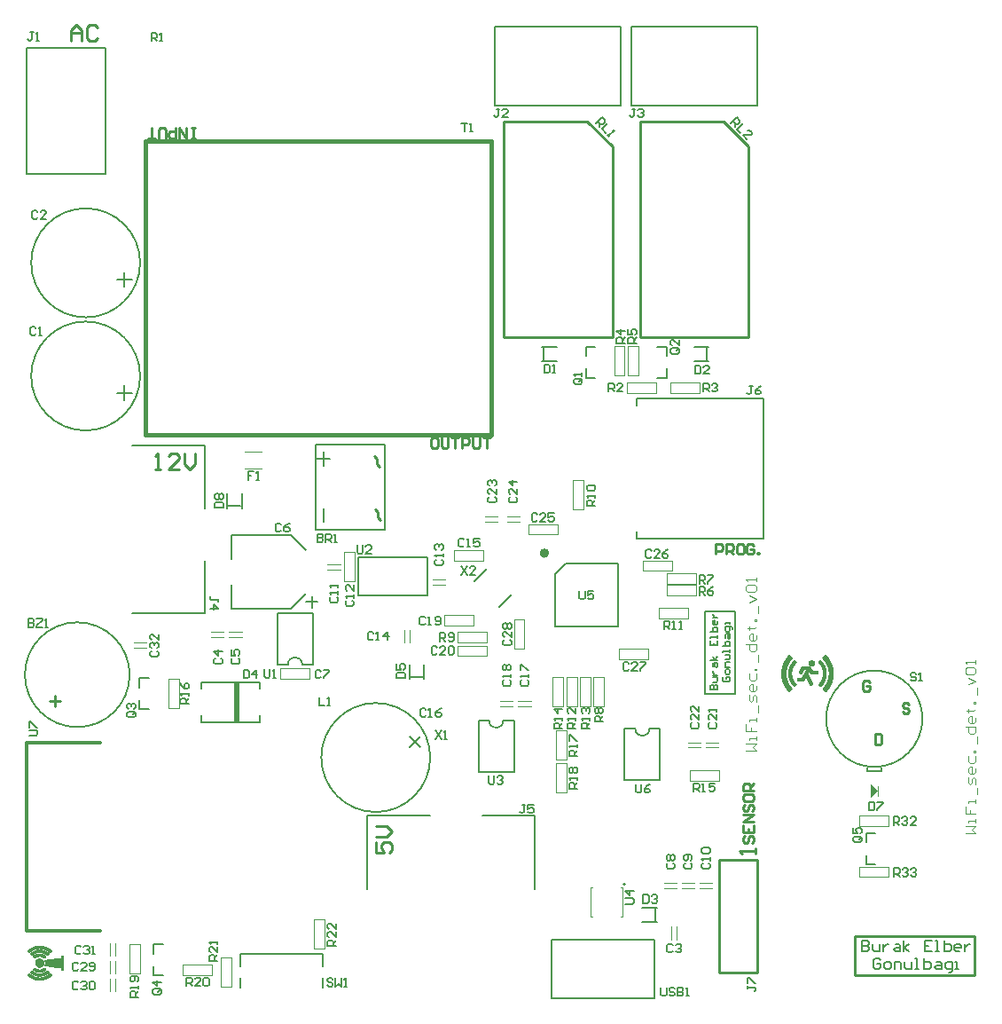
<source format=gto>
G04*
G04 #@! TF.GenerationSoftware,Altium Limited,Altium Designer,22.2.1 (43)*
G04*
G04 Layer_Color=65535*
%FSLAX25Y25*%
%MOIN*%
G70*
G04*
G04 #@! TF.SameCoordinates,A0DC7013-DE40-4D07-A028-2F209A2C4820*
G04*
G04*
G04 #@! TF.FilePolarity,Positive*
G04*
G01*
G75*
%ADD10C,0.00787*%
%ADD11C,0.01968*%
%ADD12C,0.01000*%
%ADD13C,0.01575*%
%ADD14C,0.00069*%
%ADD15C,0.00108*%
%ADD16C,0.00394*%
%ADD17C,0.00984*%
%ADD18C,0.01181*%
%ADD19C,0.00591*%
%ADD20R,0.02362X0.14961*%
G36*
X322047Y79134D02*
X319685Y76772D01*
Y81496D01*
X322047Y79134D01*
D02*
G37*
D10*
X338976Y106299D02*
G03*
X338976Y106299I-18110J0D01*
G01*
X40945Y122835D02*
G03*
X40945Y122835I-19685J0D01*
G01*
X105791Y126772D02*
G03*
X100509Y126772I-2641J0D01*
G01*
X153937Y91732D02*
G03*
X153937Y91732I-20472J0D01*
G01*
X44882Y277559D02*
G03*
X44882Y277559I-20472J0D01*
G01*
Y235039D02*
G03*
X44882Y235039I-20472J0D01*
G01*
X176099Y105512D02*
G03*
X181381Y105512I2641J0D01*
G01*
X227264Y44094D02*
G03*
X227264Y44094I-394J0D01*
G01*
X231020Y102500D02*
G03*
X236302Y102500I2641J0D01*
G01*
X268701Y115551D02*
Y146653D01*
X257087Y115551D02*
X268701D01*
X257087D02*
Y146653D01*
X268701D01*
X323622Y86614D02*
Y87795D01*
X318110Y86614D02*
X323622D01*
X318110D02*
Y87795D01*
X317717Y51575D02*
X321260D01*
X317717D02*
Y55118D01*
Y63386D02*
X321260D01*
X317717Y59842D02*
Y63386D01*
X82480Y13189D02*
Y17913D01*
X113583D01*
Y13189D02*
Y17913D01*
Y5315D02*
Y8858D01*
X82480Y5315D02*
Y8858D01*
X50000Y9843D02*
X53543D01*
X50000D02*
Y13386D01*
Y21654D02*
X53543D01*
X50000Y18110D02*
Y21654D01*
X41732Y209055D02*
X69291D01*
Y185433D02*
Y209055D01*
Y146063D02*
Y165748D01*
X41732Y146063D02*
X69291D01*
X44665Y118110D02*
Y121653D01*
X48209D01*
X44665Y109843D02*
Y113386D01*
Y109843D02*
X48209D01*
X89823Y117717D02*
Y120079D01*
X67776D02*
X89823D01*
X67776Y117717D02*
Y120079D01*
X89823Y105118D02*
Y107480D01*
X67776Y105118D02*
X89823D01*
X67776D02*
Y107480D01*
X105791Y126772D02*
X109843D01*
X96457D02*
X100509D01*
X109843D02*
Y146063D01*
X96457D02*
X109843D01*
X96457Y126772D02*
Y146063D01*
X146270Y95630D02*
X150168Y99527D01*
X146270D02*
X150168Y95630D01*
X130315Y42421D02*
Y69980D01*
X153937D01*
X173622D02*
X193307D01*
Y42421D02*
Y69980D01*
X199606Y1181D02*
X203937D01*
X199606D02*
Y23228D01*
X238189D01*
Y1181D02*
Y23228D01*
X203937Y1181D02*
X238189D01*
X231496Y224016D02*
Y226772D01*
X279134D01*
Y174016D02*
Y226772D01*
X231496Y174016D02*
X279134D01*
X231496D02*
Y176772D01*
X257874Y240551D02*
Y245669D01*
X253150Y246063D02*
X258661D01*
X253150Y240551D02*
X258661D01*
X239370Y246063D02*
X242913D01*
Y242520D02*
Y246063D01*
X239370Y234252D02*
X242913D01*
Y237795D01*
X212421Y234252D02*
X215965D01*
X212421D02*
Y237795D01*
Y246063D02*
X215965D01*
X212421Y242520D02*
Y246063D01*
X196673Y240945D02*
Y246063D01*
X195886Y240551D02*
X201398D01*
X195886Y246063D02*
X201398D01*
X229685Y336614D02*
X276929D01*
X229685D02*
Y353543D01*
Y366142D01*
X276929D01*
Y336614D02*
Y366142D01*
X178347Y336614D02*
X225591D01*
X178347D02*
Y353543D01*
Y366142D01*
X225591D01*
Y336614D02*
Y366142D01*
X2362Y358268D02*
X31890D01*
X2362Y311024D02*
Y358268D01*
Y311024D02*
X14961D01*
X31890D01*
Y358268D01*
X36220Y271260D02*
X41732D01*
X38976Y268504D02*
Y274016D01*
X36220Y228740D02*
X41732D01*
X38976Y225984D02*
Y231496D01*
X77559Y185433D02*
Y190945D01*
X83071Y185433D02*
Y190945D01*
X77559Y186221D02*
X82677D01*
X107283Y150197D02*
X111614D01*
X109449Y148031D02*
Y152362D01*
X101575Y175197D02*
X107283Y169488D01*
X100394Y175197D02*
X101575D01*
X79134D02*
X100394D01*
X79134Y166142D02*
Y175197D01*
X101575Y147638D02*
X107283Y153347D01*
X100394Y147638D02*
X101575D01*
X79134D02*
X100394D01*
X79134D02*
Y156693D01*
X126772Y166929D02*
X136614D01*
X126772Y152756D02*
Y166929D01*
Y152756D02*
X152756D01*
Y166929D01*
X136614D02*
X152756D01*
X146063Y122047D02*
X151181D01*
X151575Y121260D02*
Y126772D01*
X146063Y121260D02*
Y126772D01*
X172047Y105512D02*
X176099D01*
X181381D02*
X185433D01*
X172047Y86221D02*
Y105512D01*
Y86221D02*
X185433D01*
Y105512D01*
X238386Y29921D02*
Y35039D01*
X233661Y35433D02*
X239173D01*
X233661Y29921D02*
X239173D01*
X226969Y102500D02*
X231020D01*
X236302D02*
X240354D01*
X226969Y83209D02*
Y102500D01*
Y83209D02*
X240354D01*
Y102500D01*
X179786Y148274D02*
X184519Y153006D01*
X170599Y158017D02*
X175054Y162471D01*
X111221Y203937D02*
X116339D01*
X113779Y201378D02*
Y206496D01*
Y180315D02*
X113779Y185433D01*
X111024Y177165D02*
X137008D01*
X137008Y209449D02*
X137008Y177165D01*
X111024Y209449D02*
X137008D01*
X111024D02*
X111024Y177165D01*
X204724Y164567D02*
X224410D01*
X200787Y160630D02*
X204724Y164567D01*
X200787Y140945D02*
Y160630D01*
Y140945D02*
X224410D01*
Y164567D01*
X316280Y22859D02*
Y18924D01*
X318247D01*
X318903Y19579D01*
Y20235D01*
X318247Y20891D01*
X316280D01*
X318247D01*
X318903Y21547D01*
Y22203D01*
X318247Y22859D01*
X316280D01*
X320215Y21547D02*
Y19579D01*
X320871Y18924D01*
X322839D01*
Y21547D01*
X324151D02*
Y18924D01*
Y20235D01*
X324807Y20891D01*
X325463Y21547D01*
X326119D01*
X328743D02*
X330055D01*
X330711Y20891D01*
Y18924D01*
X328743D01*
X328087Y19579D01*
X328743Y20235D01*
X330711D01*
X332023Y18924D02*
Y22859D01*
Y20235D02*
X333990Y21547D01*
X332023Y20235D02*
X333990Y18924D01*
X342518Y22859D02*
X339894D01*
Y18924D01*
X342518D01*
X339894Y20891D02*
X341206D01*
X343830Y18924D02*
X345142D01*
X344486D01*
Y22859D01*
X343830D01*
X347110D02*
Y18924D01*
X349077D01*
X349733Y19579D01*
Y20235D01*
Y20891D01*
X349077Y21547D01*
X347110D01*
X353013Y18924D02*
X351701D01*
X351045Y19579D01*
Y20891D01*
X351701Y21547D01*
X353013D01*
X353669Y20891D01*
Y20235D01*
X351045D01*
X354981Y21547D02*
Y18924D01*
Y20235D01*
X355637Y20891D01*
X356293Y21547D01*
X356949D01*
X323167Y15591D02*
X322511Y16247D01*
X321199D01*
X320543Y15591D01*
Y12967D01*
X321199Y12311D01*
X322511D01*
X323167Y12967D01*
Y14279D01*
X321855D01*
X325135Y12311D02*
X326447D01*
X327103Y12967D01*
Y14279D01*
X326447Y14935D01*
X325135D01*
X324479Y14279D01*
Y12967D01*
X325135Y12311D01*
X328415D02*
Y14935D01*
X330383D01*
X331038Y14279D01*
Y12311D01*
X332350Y14935D02*
Y12967D01*
X333006Y12311D01*
X334974D01*
Y14935D01*
X336286Y12311D02*
X337598D01*
X336942D01*
Y16247D01*
X336286D01*
X339566D02*
Y12311D01*
X341534D01*
X342190Y12967D01*
Y13623D01*
Y14279D01*
X341534Y14935D01*
X339566D01*
X344158D02*
X345470D01*
X346126Y14279D01*
Y12311D01*
X344158D01*
X343502Y12967D01*
X344158Y13623D01*
X346126D01*
X348749Y10999D02*
X349405D01*
X350061Y11655D01*
Y14935D01*
X348093D01*
X347438Y14279D01*
Y12967D01*
X348093Y12311D01*
X350061D01*
X351373D02*
X352685D01*
X352029D01*
Y14935D01*
X351373D01*
D11*
X197638Y168504D02*
G03*
X197638Y168504I-787J0D01*
G01*
D12*
X313583Y10039D02*
X358465D01*
X313583D02*
Y24606D01*
X358465D01*
Y10039D02*
Y24606D01*
X156117Y212022D02*
X154806D01*
X154150Y211366D01*
Y208743D01*
X154806Y208087D01*
X156117D01*
X156773Y208743D01*
Y211366D01*
X156117Y212022D01*
X158085D02*
Y208743D01*
X158741Y208087D01*
X160053D01*
X160709Y208743D01*
Y212022D01*
X162021D02*
X164645D01*
X163333D01*
Y208087D01*
X165957D02*
Y212022D01*
X167925D01*
X168581Y211366D01*
Y210054D01*
X167925Y209399D01*
X165957D01*
X169893Y212022D02*
Y208743D01*
X170548Y208087D01*
X171860D01*
X172516Y208743D01*
Y212022D01*
X173828D02*
X176452D01*
X175140D01*
Y208087D01*
X65536Y324198D02*
X64224D01*
X64880D01*
Y328134D01*
X65536D01*
X64224D01*
X62256D02*
Y324198D01*
X59632Y328134D01*
Y324198D01*
X58320Y328134D02*
Y324198D01*
X56352D01*
X55696Y324854D01*
Y326166D01*
X56352Y326822D01*
X58320D01*
X54384Y324198D02*
Y327478D01*
X53728Y328134D01*
X52416D01*
X51761Y327478D01*
Y324198D01*
X50449D02*
X47825D01*
X49137D01*
Y328134D01*
X272295Y62285D02*
X271639Y61629D01*
Y60317D01*
X272295Y59661D01*
X272951D01*
X273607Y60317D01*
Y61629D01*
X274263Y62285D01*
X274919D01*
X275575Y61629D01*
Y60317D01*
X274919Y59661D01*
X271639Y66221D02*
Y63597D01*
X275575D01*
Y66221D01*
X273607Y63597D02*
Y64909D01*
X275575Y67533D02*
X271639D01*
X275575Y70157D01*
X271639D01*
X272295Y74093D02*
X271639Y73436D01*
Y72125D01*
X272295Y71469D01*
X272951D01*
X273607Y72125D01*
Y73436D01*
X274263Y74093D01*
X274919D01*
X275575Y73436D01*
Y72125D01*
X274919Y71469D01*
X271639Y77372D02*
Y76060D01*
X272295Y75404D01*
X274919D01*
X275575Y76060D01*
Y77372D01*
X274919Y78028D01*
X272295D01*
X271639Y77372D01*
X275575Y79340D02*
X271639D01*
Y81308D01*
X272295Y81964D01*
X273607D01*
X274263Y81308D01*
Y79340D01*
Y80652D02*
X275575Y81964D01*
X261236Y168126D02*
Y172062D01*
X263204D01*
X263860Y171406D01*
Y170094D01*
X263204Y169438D01*
X261236D01*
X265172Y168126D02*
Y172062D01*
X267140D01*
X267796Y171406D01*
Y170094D01*
X267140Y169438D01*
X265172D01*
X266484D02*
X267796Y168126D01*
X271076Y172062D02*
X269764D01*
X269108Y171406D01*
Y168782D01*
X269764Y168126D01*
X271076D01*
X271731Y168782D01*
Y171406D01*
X271076Y172062D01*
X275667Y171406D02*
X275011Y172062D01*
X273699D01*
X273043Y171406D01*
Y168782D01*
X273699Y168126D01*
X275011D01*
X275667Y168782D01*
Y170094D01*
X274355D01*
X276979Y168126D02*
Y168782D01*
X277635D01*
Y168126D01*
X276979D01*
X18913Y360842D02*
Y364841D01*
X20913Y366841D01*
X22912Y364841D01*
Y360842D01*
Y363842D01*
X18913D01*
X28910Y365841D02*
X27911Y366841D01*
X25911D01*
X24911Y365841D01*
Y361842D01*
X25911Y360842D01*
X27911D01*
X28910Y361842D01*
X133553Y59920D02*
Y55921D01*
X136552D01*
X135553Y57921D01*
Y58920D01*
X136552Y59920D01*
X138551D01*
X139551Y58920D01*
Y56921D01*
X138551Y55921D01*
X133553Y61919D02*
X137552D01*
X139551Y63919D01*
X137552Y65918D01*
X133553D01*
X50606Y199819D02*
X52606D01*
X51606D01*
Y205817D01*
X50606Y204817D01*
X59603Y199819D02*
X55605D01*
X59603Y203818D01*
Y204817D01*
X58604Y205817D01*
X56604D01*
X55605Y204817D01*
X61603Y205817D02*
Y201818D01*
X63602Y199819D01*
X65601Y201818D01*
Y205817D01*
X319067Y119821D02*
X318411Y120477D01*
X317099D01*
X316443Y119821D01*
Y117197D01*
X317099Y116541D01*
X318411D01*
X319067Y117197D01*
Y118509D01*
X317755D01*
X334028Y111553D02*
X333372Y112209D01*
X332060D01*
X331404Y111553D01*
Y110897D01*
X332060Y110241D01*
X333372D01*
X334028Y109585D01*
Y108929D01*
X333372Y108273D01*
X332060D01*
X331404Y108929D01*
X321079Y100605D02*
Y96669D01*
X323047D01*
X323703Y97325D01*
Y99949D01*
X323047Y100605D01*
X321079D01*
X276362Y55528D02*
Y57527D01*
Y56527D01*
X270364D01*
X271364Y55528D01*
X134827Y201000D02*
X133827Y202000D01*
Y203999D01*
X132827Y204999D01*
X135221Y180921D02*
X134221Y181921D01*
Y183920D01*
X133221Y184920D01*
D13*
X46850Y212992D02*
Y323228D01*
Y212992D02*
X176772D01*
Y323228D01*
X46850D02*
X176772D01*
D14*
X2529Y10071D02*
Y10209D01*
Y19049D02*
Y19187D01*
X2598Y10002D02*
Y10278D01*
Y18980D02*
Y19256D01*
X2667Y9933D02*
Y10347D01*
Y18911D02*
Y19325D01*
X2737Y9864D02*
Y10416D01*
Y18842D02*
Y19394D01*
X2805Y9795D02*
Y10485D01*
Y18772D02*
Y19463D01*
X2875Y9726D02*
Y10554D01*
Y18703D02*
Y19532D01*
X2944Y9657D02*
Y10623D01*
Y18634D02*
Y19601D01*
X3013Y9588D02*
Y10693D01*
Y18565D02*
Y19670D01*
X3082Y9588D02*
Y10693D01*
Y18565D02*
Y19670D01*
X3151Y9518D02*
Y10693D01*
Y18565D02*
Y19739D01*
X3220Y9449D02*
Y10623D01*
Y18634D02*
Y19808D01*
X3289Y9380D02*
Y10554D01*
Y18703D02*
Y19877D01*
X3358Y9380D02*
Y10485D01*
Y18772D02*
Y19877D01*
X3427Y9311D02*
Y10416D01*
Y18842D02*
Y19947D01*
X3496Y9242D02*
Y10347D01*
Y18911D02*
Y20016D01*
X3565Y9242D02*
Y10278D01*
Y11107D02*
Y11245D01*
Y18013D02*
Y18151D01*
Y18911D02*
Y20016D01*
X3634Y9173D02*
Y10278D01*
Y11038D02*
Y11314D01*
Y17944D02*
Y18220D01*
Y18980D02*
Y20085D01*
X3703Y9173D02*
Y10209D01*
Y10969D02*
Y11383D01*
Y17875D02*
Y18289D01*
Y19049D02*
Y20085D01*
X3772Y9104D02*
Y10140D01*
Y10900D02*
Y11452D01*
Y17806D02*
Y18358D01*
Y19118D02*
Y20154D01*
X3841Y9035D02*
Y10140D01*
Y10831D02*
Y11521D01*
Y17737D02*
Y18427D01*
Y19118D02*
Y20223D01*
X3911Y9035D02*
Y10071D01*
Y10762D02*
Y11590D01*
Y17668D02*
Y18496D01*
Y19187D02*
Y20223D01*
X3980Y8966D02*
Y10002D01*
Y10762D02*
Y11659D01*
Y17598D02*
Y18496D01*
Y19256D02*
Y20292D01*
X4049Y8966D02*
Y10002D01*
Y10693D02*
Y11728D01*
Y17529D02*
Y18565D01*
Y19256D02*
Y20292D01*
X4118Y8897D02*
Y9933D01*
Y10623D02*
Y11728D01*
Y17529D02*
Y18634D01*
Y19325D02*
Y20361D01*
X4187Y8897D02*
Y9864D01*
Y10554D02*
Y11728D01*
Y17529D02*
Y18703D01*
Y19394D02*
Y20361D01*
X4256Y8828D02*
Y9864D01*
Y10554D02*
Y11659D01*
Y17598D02*
Y18703D01*
Y19394D02*
Y20430D01*
X4325Y8828D02*
Y9795D01*
Y10485D02*
Y11590D01*
Y17668D02*
Y18772D01*
Y19463D02*
Y20430D01*
X4394Y8759D02*
Y9795D01*
Y10416D02*
Y11521D01*
Y17737D02*
Y18842D01*
Y19463D02*
Y20499D01*
X4463Y8759D02*
Y9726D01*
Y10416D02*
Y11452D01*
Y17806D02*
Y18842D01*
Y19532D02*
Y20499D01*
X4532Y8690D02*
Y9726D01*
Y10347D02*
Y11452D01*
Y17806D02*
Y18911D01*
Y19532D02*
Y20499D01*
X4601Y8690D02*
Y9657D01*
Y10347D02*
Y11383D01*
Y12143D02*
Y12281D01*
Y16977D02*
Y17115D01*
Y17875D02*
Y18911D01*
Y19601D02*
Y20568D01*
X4670Y8690D02*
Y9657D01*
Y10278D02*
Y11314D01*
Y12074D02*
Y12350D01*
Y16908D02*
Y17184D01*
Y17944D02*
Y18980D01*
Y19601D02*
Y20568D01*
X4739Y8621D02*
Y9588D01*
Y10278D02*
Y11245D01*
Y12005D02*
Y12419D01*
Y16839D02*
Y17253D01*
Y18013D02*
Y18980D01*
Y19670D02*
Y20637D01*
X4808Y8621D02*
Y9588D01*
Y10209D02*
Y11245D01*
Y11936D02*
Y12488D01*
Y16770D02*
Y17322D01*
Y18013D02*
Y19049D01*
Y19670D02*
Y20637D01*
X4877Y8621D02*
Y9518D01*
Y10209D02*
Y11176D01*
Y11936D02*
Y12557D01*
Y16701D02*
Y17322D01*
Y18082D02*
Y19049D01*
Y19739D02*
Y20637D01*
X4946Y8552D02*
Y9518D01*
Y10140D02*
Y11176D01*
Y11867D02*
Y12626D01*
Y16632D02*
Y17391D01*
Y18082D02*
Y19118D01*
Y19739D02*
Y20706D01*
X5015Y8552D02*
Y9518D01*
Y10140D02*
Y11107D01*
Y11797D02*
Y12695D01*
Y16563D02*
Y17460D01*
Y18151D02*
Y19118D01*
Y19739D02*
Y20706D01*
X5085Y8552D02*
Y9449D01*
Y10071D02*
Y11038D01*
Y11728D02*
Y12764D01*
Y16493D02*
Y17529D01*
Y18220D02*
Y19187D01*
Y19808D02*
Y20706D01*
X5154Y8483D02*
Y9449D01*
Y10071D02*
Y11038D01*
Y11728D02*
Y12764D01*
Y16493D02*
Y17529D01*
Y18220D02*
Y19187D01*
Y19808D02*
Y20775D01*
X5223Y8483D02*
Y9380D01*
Y10071D02*
Y10969D01*
Y11659D02*
Y12764D01*
Y16493D02*
Y17598D01*
Y18289D02*
Y19187D01*
Y19808D02*
Y20775D01*
X5292Y8483D02*
Y9380D01*
Y10002D02*
Y10969D01*
Y11659D02*
Y12695D01*
Y16563D02*
Y17598D01*
Y18289D02*
Y19256D01*
Y19877D02*
Y20775D01*
X5361Y8414D02*
Y9380D01*
Y10002D02*
Y10969D01*
Y11590D02*
Y12626D01*
Y16632D02*
Y17668D01*
Y18289D02*
Y19256D01*
Y19877D02*
Y20844D01*
X5430Y8414D02*
Y9311D01*
Y9933D02*
Y10900D01*
Y11521D02*
Y12626D01*
Y16632D02*
Y17668D01*
Y18358D02*
Y19325D01*
Y19947D02*
Y20844D01*
X5499Y8414D02*
Y9311D01*
Y9933D02*
Y10900D01*
Y11521D02*
Y12557D01*
Y14284D02*
Y14974D01*
Y16701D02*
Y17737D01*
Y18358D02*
Y19325D01*
Y19947D02*
Y20844D01*
X5568Y8414D02*
Y9311D01*
Y9933D02*
Y10831D01*
Y11521D02*
Y12488D01*
Y14076D02*
Y15181D01*
Y16770D02*
Y17737D01*
Y18427D02*
Y19325D01*
Y19947D02*
Y20844D01*
X5637Y8414D02*
Y9311D01*
Y9933D02*
Y10831D01*
Y11452D02*
Y12419D01*
Y13869D02*
Y15389D01*
Y16839D02*
Y17806D01*
Y18427D02*
Y19325D01*
Y19947D02*
Y20844D01*
X5706Y8344D02*
Y9242D01*
Y9864D02*
Y10831D01*
Y11452D02*
Y12419D01*
Y13800D02*
Y15458D01*
Y16839D02*
Y17806D01*
Y18427D02*
Y19394D01*
Y19947D02*
Y20913D01*
X5775Y8344D02*
Y9242D01*
Y9864D02*
Y10762D01*
Y11383D02*
Y12350D01*
Y13662D02*
Y15596D01*
Y16908D02*
Y17875D01*
Y18496D02*
Y19394D01*
Y20016D02*
Y20913D01*
X5844Y8344D02*
Y9242D01*
Y9864D02*
Y10762D01*
Y11383D02*
Y12350D01*
Y13593D02*
Y15665D01*
Y16908D02*
Y17875D01*
Y18496D02*
Y19394D01*
Y20016D02*
Y20913D01*
X5913Y8344D02*
Y9242D01*
Y9864D02*
Y10762D01*
Y11383D02*
Y12281D01*
Y13524D02*
Y15734D01*
Y16977D02*
Y17875D01*
Y18496D02*
Y19394D01*
Y20016D02*
Y20913D01*
X5982Y8344D02*
Y9242D01*
Y9795D02*
Y10693D01*
Y11314D02*
Y12281D01*
Y13455D02*
Y15803D01*
Y16977D02*
Y17944D01*
Y18565D02*
Y19463D01*
Y20016D02*
Y20913D01*
X6051Y8275D02*
Y9173D01*
Y9795D02*
Y10693D01*
Y11314D02*
Y12212D01*
Y13386D02*
Y15872D01*
Y17046D02*
Y17944D01*
Y18565D02*
Y19463D01*
Y20085D02*
Y20982D01*
X6120Y8275D02*
Y9173D01*
Y9795D02*
Y10693D01*
Y11314D02*
Y12212D01*
Y13386D02*
Y15872D01*
Y17046D02*
Y17944D01*
Y18565D02*
Y19463D01*
Y20085D02*
Y20982D01*
X6190Y8275D02*
Y9173D01*
Y9795D02*
Y10693D01*
Y11245D02*
Y12212D01*
Y13317D02*
Y15941D01*
Y17046D02*
Y18013D01*
Y18565D02*
Y19463D01*
Y20085D02*
Y20982D01*
X6259Y8275D02*
Y9173D01*
Y9795D02*
Y10693D01*
Y11245D02*
Y12143D01*
Y13248D02*
Y15941D01*
Y17115D02*
Y18013D01*
Y18565D02*
Y19463D01*
Y20085D02*
Y20982D01*
X6328Y8275D02*
Y9173D01*
Y9726D02*
Y10623D01*
Y11245D02*
Y12143D01*
Y13248D02*
Y16010D01*
Y17115D02*
Y18013D01*
Y18634D02*
Y19532D01*
Y20085D02*
Y20982D01*
X6397Y8275D02*
Y9173D01*
Y9726D02*
Y10623D01*
Y11245D02*
Y12143D01*
Y13248D02*
Y16010D01*
Y17115D02*
Y18013D01*
Y18634D02*
Y19532D01*
Y20085D02*
Y20982D01*
X6466Y8275D02*
Y9173D01*
Y9726D02*
Y10623D01*
Y11245D02*
Y12143D01*
Y13179D02*
Y16079D01*
Y17115D02*
Y18013D01*
Y18634D02*
Y19532D01*
Y20085D02*
Y20982D01*
X6535Y8275D02*
Y9173D01*
Y9726D02*
Y10623D01*
Y11245D02*
Y12143D01*
Y13179D02*
Y16079D01*
Y17115D02*
Y18013D01*
Y18634D02*
Y19532D01*
Y20085D02*
Y20982D01*
X6604Y8275D02*
Y9104D01*
Y9726D02*
Y10623D01*
Y11176D02*
Y12074D01*
Y13179D02*
Y16079D01*
Y17184D02*
Y18082D01*
Y18634D02*
Y19532D01*
Y20085D02*
Y20982D01*
X6673Y8275D02*
Y9104D01*
Y9726D02*
Y10623D01*
Y11176D02*
Y12074D01*
Y13110D02*
Y16148D01*
Y17184D02*
Y18082D01*
Y18634D02*
Y19532D01*
Y20154D02*
Y20982D01*
X6742Y8275D02*
Y9104D01*
Y9726D02*
Y10623D01*
Y11176D02*
Y12074D01*
Y13110D02*
Y16148D01*
Y17184D02*
Y18082D01*
Y18634D02*
Y19532D01*
Y20154D02*
Y20982D01*
X6811Y8206D02*
Y9104D01*
Y9726D02*
Y10623D01*
Y11176D02*
Y12074D01*
Y13110D02*
Y16148D01*
Y17184D02*
Y18082D01*
Y18634D02*
Y19532D01*
Y20154D02*
Y21051D01*
X6880Y8206D02*
Y9104D01*
Y9726D02*
Y10623D01*
Y11176D02*
Y12074D01*
Y13110D02*
Y16148D01*
Y17184D02*
Y18082D01*
Y18634D02*
Y19532D01*
Y20154D02*
Y21051D01*
X6949Y8206D02*
Y9104D01*
Y9726D02*
Y10623D01*
Y11176D02*
Y12074D01*
Y13110D02*
Y16148D01*
Y17184D02*
Y18082D01*
Y18634D02*
Y19532D01*
Y20154D02*
Y21051D01*
X7018Y8206D02*
Y9104D01*
Y9726D02*
Y10623D01*
Y11176D02*
Y12074D01*
Y13110D02*
Y16148D01*
Y17184D02*
Y18082D01*
Y18634D02*
Y19532D01*
Y20154D02*
Y21051D01*
X7087Y8206D02*
Y9104D01*
Y9726D02*
Y10623D01*
Y11176D02*
Y12074D01*
Y13110D02*
Y16148D01*
Y17184D02*
Y18082D01*
Y18634D02*
Y19532D01*
Y20154D02*
Y21051D01*
X7156Y8206D02*
Y9104D01*
Y9726D02*
Y10623D01*
Y11176D02*
Y12074D01*
Y13110D02*
Y16148D01*
Y17184D02*
Y18082D01*
Y18634D02*
Y19532D01*
Y20154D02*
Y21051D01*
X7225Y8275D02*
Y9104D01*
Y9726D02*
Y10623D01*
Y11176D02*
Y12074D01*
Y13110D02*
Y16148D01*
Y17184D02*
Y18082D01*
Y18634D02*
Y19532D01*
Y20154D02*
Y20982D01*
X7294Y8275D02*
Y9104D01*
Y9726D02*
Y10623D01*
Y11176D02*
Y12074D01*
Y13110D02*
Y16148D01*
Y17184D02*
Y18082D01*
Y18634D02*
Y19532D01*
Y20154D02*
Y20982D01*
X7363Y8275D02*
Y9104D01*
Y9726D02*
Y10623D01*
Y11176D02*
Y12074D01*
Y13179D02*
Y16079D01*
Y17184D02*
Y18082D01*
Y18634D02*
Y19532D01*
Y20085D02*
Y20982D01*
X7433Y8275D02*
Y9173D01*
Y9726D02*
Y10623D01*
Y11245D02*
Y12143D01*
Y13179D02*
Y16079D01*
Y17115D02*
Y18013D01*
Y18634D02*
Y19532D01*
Y20085D02*
Y20982D01*
X7502Y8275D02*
Y9173D01*
Y9726D02*
Y10623D01*
Y11245D02*
Y12143D01*
Y13179D02*
Y16079D01*
Y17115D02*
Y18013D01*
Y18634D02*
Y19532D01*
Y20085D02*
Y20982D01*
X7571Y8275D02*
Y9173D01*
Y9726D02*
Y10623D01*
Y11245D02*
Y12143D01*
Y13248D02*
Y16010D01*
Y17115D02*
Y18013D01*
Y18634D02*
Y19532D01*
Y20085D02*
Y20982D01*
X7640Y8275D02*
Y9173D01*
Y9726D02*
Y10623D01*
Y11245D02*
Y12143D01*
Y13248D02*
Y16010D01*
Y17115D02*
Y18013D01*
Y18634D02*
Y19532D01*
Y20085D02*
Y20982D01*
X7709Y8275D02*
Y9173D01*
Y9795D02*
Y10693D01*
Y11245D02*
Y12143D01*
Y13317D02*
Y15941D01*
Y17115D02*
Y18013D01*
Y18565D02*
Y19463D01*
Y20085D02*
Y20982D01*
X7778Y8275D02*
Y9173D01*
Y9795D02*
Y10693D01*
Y11245D02*
Y12212D01*
Y13317D02*
Y15941D01*
Y17046D02*
Y17944D01*
Y18565D02*
Y19463D01*
Y20085D02*
Y20982D01*
X7847Y8275D02*
Y9173D01*
Y9795D02*
Y10693D01*
Y11314D02*
Y12212D01*
Y13386D02*
Y15872D01*
Y17046D02*
Y17944D01*
Y18565D02*
Y19463D01*
Y20085D02*
Y20982D01*
X7916Y8275D02*
Y9173D01*
Y9795D02*
Y10693D01*
Y11314D02*
Y12212D01*
Y13455D02*
Y15803D01*
Y16977D02*
Y17944D01*
Y18565D02*
Y19463D01*
Y20085D02*
Y20982D01*
X7985Y8344D02*
Y9242D01*
Y9795D02*
Y10693D01*
Y11314D02*
Y12281D01*
Y13455D02*
Y15803D01*
Y16977D02*
Y17944D01*
Y18565D02*
Y19463D01*
Y20016D02*
Y20913D01*
X8054Y8344D02*
Y9242D01*
Y9864D02*
Y10762D01*
Y11383D02*
Y12281D01*
Y13524D02*
Y15734D01*
Y16977D02*
Y17875D01*
Y18496D02*
Y19394D01*
Y20016D02*
Y20913D01*
X8123Y8344D02*
Y9242D01*
Y9864D02*
Y10762D01*
Y11383D02*
Y12350D01*
Y13593D02*
Y15665D01*
Y16908D02*
Y17875D01*
Y18496D02*
Y19394D01*
Y20016D02*
Y20913D01*
X8192Y8344D02*
Y9242D01*
Y9864D02*
Y10762D01*
Y11383D02*
Y12350D01*
Y13731D02*
Y15527D01*
Y16908D02*
Y17875D01*
Y18496D02*
Y19394D01*
Y20016D02*
Y20913D01*
X8261Y8344D02*
Y9242D01*
Y9864D02*
Y10831D01*
Y11452D02*
Y12419D01*
Y13800D02*
Y15458D01*
Y16839D02*
Y17806D01*
Y18427D02*
Y19394D01*
Y19947D02*
Y20913D01*
X8330Y8414D02*
Y9311D01*
Y9933D02*
Y10831D01*
Y11452D02*
Y12488D01*
Y13938D02*
Y15319D01*
Y16770D02*
Y17806D01*
Y18427D02*
Y19325D01*
Y19947D02*
Y20844D01*
X8399Y8414D02*
Y9311D01*
Y9933D02*
Y10831D01*
Y11521D02*
Y12488D01*
Y14076D02*
Y15181D01*
Y16770D02*
Y17737D01*
Y18427D02*
Y19325D01*
Y19947D02*
Y20844D01*
X8468Y8414D02*
Y9311D01*
Y9933D02*
Y10900D01*
Y11521D02*
Y12557D01*
Y14284D02*
Y14974D01*
Y16701D02*
Y17737D01*
Y18358D02*
Y19325D01*
Y19947D02*
Y20844D01*
X8538Y8414D02*
Y9311D01*
Y9933D02*
Y10900D01*
Y11590D02*
Y12626D01*
Y16632D02*
Y17668D01*
Y18358D02*
Y19325D01*
Y19877D02*
Y20844D01*
X8607Y8414D02*
Y9380D01*
Y10002D02*
Y10969D01*
Y11590D02*
Y12626D01*
Y16632D02*
Y17668D01*
Y18289D02*
Y19256D01*
Y19877D02*
Y20775D01*
X8676Y8483D02*
Y9380D01*
Y10002D02*
Y10969D01*
Y11659D02*
Y12695D01*
Y16563D02*
Y17598D01*
Y18289D02*
Y19256D01*
Y19877D02*
Y20775D01*
X8745Y8483D02*
Y9449D01*
Y10071D02*
Y10969D01*
Y11659D02*
Y12764D01*
Y16493D02*
Y17598D01*
Y18220D02*
Y19187D01*
Y19808D02*
Y20775D01*
X8814Y8483D02*
Y9449D01*
Y10071D02*
Y11038D01*
Y11728D02*
Y12764D01*
Y16493D02*
Y17529D01*
Y18220D02*
Y19187D01*
Y19808D02*
Y20775D01*
X8883Y8552D02*
Y9449D01*
Y10071D02*
Y11038D01*
Y11728D02*
Y12695D01*
Y15527D02*
Y15665D01*
Y16563D02*
Y17529D01*
Y18151D02*
Y19187D01*
Y19808D02*
Y20706D01*
X8952Y8552D02*
Y9518D01*
Y10140D02*
Y11107D01*
Y11797D02*
Y12626D01*
Y13593D02*
Y13869D01*
Y15389D02*
Y15665D01*
Y16632D02*
Y17460D01*
Y18151D02*
Y19118D01*
Y19739D02*
Y20706D01*
X9021Y8552D02*
Y9518D01*
Y10140D02*
Y11176D01*
Y11867D02*
Y12557D01*
Y13593D02*
Y14007D01*
Y15181D02*
Y15665D01*
Y16701D02*
Y17391D01*
Y18082D02*
Y19118D01*
Y19739D02*
Y20706D01*
X9090Y8621D02*
Y9518D01*
Y10209D02*
Y11176D01*
Y11936D02*
Y12488D01*
Y13593D02*
Y14422D01*
Y14836D02*
Y15665D01*
Y16770D02*
Y17322D01*
Y18082D02*
Y19049D01*
Y19739D02*
Y20637D01*
X9159Y8621D02*
Y9588D01*
Y10209D02*
Y11245D01*
Y11936D02*
Y12419D01*
Y13593D02*
Y15665D01*
Y16839D02*
Y17322D01*
Y18013D02*
Y19049D01*
Y19670D02*
Y20637D01*
X9228Y8621D02*
Y9588D01*
Y10278D02*
Y11245D01*
Y12005D02*
Y12350D01*
Y13593D02*
Y15665D01*
Y16908D02*
Y17253D01*
Y17944D02*
Y18980D01*
Y19670D02*
Y20637D01*
X9297Y8690D02*
Y9657D01*
Y10278D02*
Y11314D01*
Y12074D02*
Y12281D01*
Y13593D02*
Y15665D01*
Y16977D02*
Y17184D01*
Y17944D02*
Y18980D01*
Y19601D02*
Y20568D01*
X9366Y8690D02*
Y9657D01*
Y10347D02*
Y11383D01*
Y12143D02*
Y12212D01*
Y13593D02*
Y15665D01*
Y17046D02*
Y17115D01*
Y17875D02*
Y18911D01*
Y19601D02*
Y20568D01*
X9435Y8759D02*
Y9726D01*
Y10347D02*
Y11452D01*
Y13524D02*
Y15734D01*
Y17806D02*
Y18911D01*
Y19532D02*
Y20499D01*
X9504Y8759D02*
Y9726D01*
Y10416D02*
Y11452D01*
Y13524D02*
Y15734D01*
Y17806D02*
Y18842D01*
Y19532D02*
Y20499D01*
X9573Y8759D02*
Y9795D01*
Y10416D02*
Y11521D01*
Y13524D02*
Y15734D01*
Y17737D02*
Y18772D01*
Y19463D02*
Y20499D01*
X9642Y8828D02*
Y9795D01*
Y10485D02*
Y11590D01*
Y13524D02*
Y15734D01*
Y17668D02*
Y18772D01*
Y19463D02*
Y20430D01*
X9712Y8828D02*
Y9864D01*
Y10554D02*
Y11659D01*
Y13524D02*
Y15734D01*
Y17598D02*
Y18703D01*
Y19394D02*
Y20430D01*
X9781Y8897D02*
Y9864D01*
Y10554D02*
Y11728D01*
Y13524D02*
Y15734D01*
Y17529D02*
Y18703D01*
Y19394D02*
Y20361D01*
X9850Y8897D02*
Y9933D01*
Y10623D02*
Y11728D01*
Y13524D02*
Y15734D01*
Y17529D02*
Y18634D01*
Y19325D02*
Y20361D01*
X9919Y8966D02*
Y10002D01*
Y10693D02*
Y11659D01*
Y13524D02*
Y15734D01*
Y17598D02*
Y18565D01*
Y19256D02*
Y20292D01*
X9988Y8966D02*
Y10002D01*
Y10762D02*
Y11590D01*
Y13455D02*
Y15803D01*
Y17668D02*
Y18496D01*
Y19256D02*
Y20292D01*
X10057Y9035D02*
Y10071D01*
Y10762D02*
Y11521D01*
Y13455D02*
Y15803D01*
Y17737D02*
Y18496D01*
Y19187D02*
Y20223D01*
X10126Y9035D02*
Y10140D01*
Y10831D02*
Y11452D01*
Y13455D02*
Y15803D01*
Y17806D02*
Y18427D01*
Y19118D02*
Y20223D01*
X10195Y9104D02*
Y10140D01*
Y10900D02*
Y11383D01*
Y13455D02*
Y15803D01*
Y17875D02*
Y18358D01*
Y19118D02*
Y20154D01*
X10264Y9173D02*
Y10209D01*
Y10969D02*
Y11314D01*
Y13455D02*
Y15803D01*
Y17944D02*
Y18289D01*
Y19049D02*
Y20085D01*
X10333Y9173D02*
Y10278D01*
Y11038D02*
Y11245D01*
Y13455D02*
Y15803D01*
Y18013D02*
Y18220D01*
Y18980D02*
Y20085D01*
X10402Y9242D02*
Y10347D01*
Y11107D02*
Y11176D01*
Y13455D02*
Y15803D01*
Y18082D02*
Y18151D01*
Y18911D02*
Y20016D01*
X10471Y9242D02*
Y10347D01*
Y13455D02*
Y15803D01*
Y18911D02*
Y20016D01*
X10540Y9311D02*
Y10416D01*
Y13386D02*
Y15872D01*
Y18842D02*
Y19947D01*
X10609Y9380D02*
Y10485D01*
Y13386D02*
Y15872D01*
Y18772D02*
Y19877D01*
X10678Y9449D02*
Y10554D01*
Y13386D02*
Y15872D01*
Y18703D02*
Y19808D01*
X10747Y9449D02*
Y10623D01*
Y13386D02*
Y15872D01*
Y18634D02*
Y19808D01*
X10816Y9518D02*
Y10693D01*
Y13386D02*
Y15872D01*
Y18565D02*
Y19739D01*
X10886Y9588D02*
Y10693D01*
Y13386D02*
Y15872D01*
Y18565D02*
Y19670D01*
X10955Y9657D02*
Y10623D01*
Y13386D02*
Y15872D01*
Y18634D02*
Y19601D01*
X11024Y9657D02*
Y10554D01*
Y13386D02*
Y15872D01*
Y18703D02*
Y19601D01*
X11093Y9726D02*
Y10485D01*
Y13317D02*
Y15941D01*
Y18772D02*
Y19532D01*
X11162Y9795D02*
Y10416D01*
Y13317D02*
Y15941D01*
Y18842D02*
Y19463D01*
X11231Y9864D02*
Y10347D01*
Y13317D02*
Y15941D01*
Y18911D02*
Y19394D01*
X11300Y9933D02*
Y10278D01*
Y13317D02*
Y15941D01*
Y18980D02*
Y19325D01*
X11369Y10002D02*
Y10209D01*
Y13317D02*
Y15941D01*
Y19049D02*
Y19256D01*
X11438Y10071D02*
Y10140D01*
Y13317D02*
Y15941D01*
Y19118D02*
Y19187D01*
X11507Y13317D02*
Y15941D01*
X11576Y13248D02*
Y16010D01*
X11645Y13248D02*
Y16010D01*
X11714Y13248D02*
Y16010D01*
X11783Y13248D02*
Y16010D01*
X11852Y13248D02*
Y16010D01*
X11921Y13248D02*
Y16010D01*
X11990Y13248D02*
Y16010D01*
X12060Y13248D02*
Y16010D01*
X12129Y13179D02*
Y16079D01*
X12198Y13179D02*
Y16079D01*
X12267Y13179D02*
Y16079D01*
X12336Y13179D02*
Y16079D01*
X12405Y13179D02*
Y16079D01*
X12474Y13179D02*
Y16079D01*
X12543Y13179D02*
Y16079D01*
X12612Y13179D02*
Y16079D01*
X12681Y13110D02*
Y16148D01*
X12750Y13110D02*
Y16148D01*
X12819Y13110D02*
Y16148D01*
X12888Y13110D02*
Y16148D01*
X12957Y13110D02*
Y16148D01*
X13026Y13110D02*
Y16148D01*
X13095Y13110D02*
Y16148D01*
X13164Y13110D02*
Y16148D01*
X13234Y13040D02*
Y16217D01*
X13303Y13040D02*
Y16217D01*
X13372Y13040D02*
Y16217D01*
X13441Y13040D02*
Y16217D01*
X13510Y13040D02*
Y16217D01*
X13579Y13040D02*
Y16217D01*
X13648Y13040D02*
Y16217D01*
X13717Y13040D02*
Y16217D01*
X13786Y12971D02*
Y16286D01*
X13855Y12971D02*
Y16286D01*
X13924Y12971D02*
Y16286D01*
X13993Y12971D02*
Y16286D01*
X14062Y12971D02*
Y16286D01*
X14131Y12971D02*
Y16286D01*
X14200Y12971D02*
Y16286D01*
X14269Y12971D02*
Y16286D01*
X14338Y12902D02*
Y16355D01*
X14408Y12902D02*
Y16355D01*
X14477Y12902D02*
Y16355D01*
X14546Y12902D02*
Y16355D01*
X14615Y12902D02*
Y16355D01*
X14684Y12902D02*
Y16355D01*
X14753Y12902D02*
Y16355D01*
X14822Y12833D02*
Y16355D01*
X14891Y12833D02*
Y16424D01*
X14960Y12833D02*
Y16424D01*
X15029Y12833D02*
Y16424D01*
X15098Y12212D02*
Y17046D01*
X15167Y12074D02*
Y17184D01*
X15236Y12005D02*
Y17253D01*
X15305Y11936D02*
Y17322D01*
X15374Y11936D02*
Y17322D01*
X15443Y11936D02*
Y17322D01*
X15513Y11867D02*
Y17391D01*
X15582Y11867D02*
Y17391D01*
X15651Y11867D02*
Y17391D01*
X15720Y11936D02*
Y17322D01*
X15789Y11936D02*
Y17322D01*
X15858Y12005D02*
Y17253D01*
X15927Y12074D02*
Y17184D01*
X15996Y12143D02*
Y17115D01*
D15*
X288603Y130133D02*
X288926D01*
X302310D02*
X302634D01*
X288495Y130025D02*
X289034D01*
X302202D02*
X302742D01*
X288387Y129918D02*
X289142D01*
X302094D02*
X302850D01*
X288279Y129809D02*
X289250D01*
X301987D02*
X302850D01*
X288279Y129702D02*
X289358D01*
X301878D02*
X302958D01*
X288171Y129594D02*
X289466D01*
X301771D02*
X303066D01*
X288063Y129486D02*
X289574D01*
X301663D02*
X303174D01*
X287955Y129378D02*
X289682D01*
X301555D02*
X303282D01*
X287847Y129270D02*
X289790D01*
X301447D02*
X303390D01*
X287847Y129162D02*
X289790D01*
X301339D02*
X303390D01*
X287739Y129054D02*
X289790D01*
X301447D02*
X303498D01*
X287631Y128946D02*
X289682D01*
X301555D02*
X303606D01*
X287523Y128838D02*
X289682D01*
X301555D02*
X303606D01*
X287523Y128730D02*
X289574D01*
X301663D02*
X303713D01*
X287415Y128622D02*
X289466D01*
X301771D02*
X303821D01*
X287415Y128514D02*
X289358D01*
X301878D02*
X303821D01*
X287307Y128406D02*
X289250D01*
X301987D02*
X303929D01*
X287199Y128298D02*
X289142D01*
X300475D02*
X300583D01*
X302094D02*
X304037D01*
X287199Y128191D02*
X289142D01*
X290545D02*
X290869D01*
X296914D02*
X297561D01*
X300367D02*
X300691D01*
X302094D02*
X304037D01*
X287091Y128083D02*
X289034D01*
X290438D02*
X290977D01*
X296698D02*
X297777D01*
X300259D02*
X300799D01*
X302202D02*
X304145D01*
X287091Y127975D02*
X288926D01*
X290330D02*
X291085D01*
X296482D02*
X297993D01*
X300152D02*
X300907D01*
X302310D02*
X304145D01*
X286984Y127867D02*
X288819D01*
X290222D02*
X291193D01*
X296374D02*
X298101D01*
X300044D02*
X301015D01*
X302310D02*
X304253D01*
X286984Y127759D02*
X288819D01*
X290114D02*
X291301D01*
X296374D02*
X298101D01*
X299936D02*
X301123D01*
X302418D02*
X304253D01*
X286876Y127651D02*
X288711D01*
X290006D02*
X291409D01*
X296266D02*
X298209D01*
X299828D02*
X301231D01*
X302526D02*
X304361D01*
X286876Y127543D02*
X288711D01*
X290006D02*
X291409D01*
X296266D02*
X298209D01*
X299828D02*
X301231D01*
X302526D02*
X304361D01*
X286768Y127435D02*
X288603D01*
X289898D02*
X291301D01*
X296158D02*
X298317D01*
X299936D02*
X301339D01*
X302634D02*
X304469D01*
X286768Y127327D02*
X288495D01*
X289790D02*
X291193D01*
X296158D02*
X298317D01*
X300044D02*
X301447D01*
X302742D02*
X304469D01*
X286660Y127219D02*
X288495D01*
X289790D02*
X291085D01*
X296158D02*
X298317D01*
X300152D02*
X301447D01*
X302742D02*
X304577D01*
X286660Y127111D02*
X288387D01*
X289682D02*
X290977D01*
X296158D02*
X298317D01*
X300259D02*
X301555D01*
X302850D02*
X304577D01*
X286552Y127003D02*
X288387D01*
X289574D02*
X290869D01*
X296158D02*
X298317D01*
X300367D02*
X301663D01*
X302850D02*
X304685D01*
X286552Y126895D02*
X288279D01*
X289574D02*
X290869D01*
X296158D02*
X298317D01*
X300367D02*
X301663D01*
X302958D02*
X304685D01*
X286552Y126787D02*
X288279D01*
X289466D02*
X290761D01*
X296266D02*
X298209D01*
X300475D02*
X301771D01*
X302958D02*
X304685D01*
X286444Y126679D02*
X288171D01*
X289466D02*
X290653D01*
X296266D02*
X298209D01*
X300583D02*
X301771D01*
X303066D02*
X304793D01*
X286444Y126572D02*
X288171D01*
X289358D02*
X290653D01*
X296374D02*
X298101D01*
X300583D02*
X301878D01*
X303066D02*
X304793D01*
X286444Y126464D02*
X288171D01*
X289358D02*
X290545D01*
X296374D02*
X298101D01*
X300691D02*
X301878D01*
X303066D02*
X304793D01*
X286336Y126356D02*
X288063D01*
X289250D02*
X290438D01*
X296482D02*
X297993D01*
X300799D02*
X301987D01*
X303174D02*
X304901D01*
X286336Y126248D02*
X288063D01*
X289250D02*
X290438D01*
X296698D02*
X297777D01*
X300799D02*
X301987D01*
X303174D02*
X304901D01*
X286336Y126140D02*
X287955D01*
X289142D02*
X290330D01*
X296914D02*
X297561D01*
X300907D02*
X302094D01*
X303282D02*
X304901D01*
X286228Y126032D02*
X287955D01*
X289142D02*
X290330D01*
X293675D02*
X296482D01*
X300907D02*
X302094D01*
X303282D02*
X305009D01*
X286228Y125924D02*
X287955D01*
X289034D02*
X290222D01*
X293568D02*
X296590D01*
X301015D02*
X302202D01*
X303282D02*
X305009D01*
X286228Y125816D02*
X287847D01*
X289034D02*
X290222D01*
X293568D02*
X296590D01*
X301015D02*
X302202D01*
X303390D02*
X305009D01*
X286228Y125708D02*
X287847D01*
X289034D02*
X290114D01*
X293460D02*
X296698D01*
X301123D02*
X302202D01*
X303390D02*
X305009D01*
X286120Y125600D02*
X287847D01*
X288926D02*
X290114D01*
X293460D02*
X296806D01*
X301123D02*
X302310D01*
X303390D02*
X305117D01*
X286120Y125492D02*
X287847D01*
X288926D02*
X290114D01*
X293352D02*
X296806D01*
X301123D02*
X302310D01*
X303390D02*
X305117D01*
X286120Y125384D02*
X287739D01*
X288926D02*
X290006D01*
X293352D02*
X296914D01*
X301231D02*
X302310D01*
X303498D02*
X305117D01*
X286120Y125276D02*
X287739D01*
X288819D02*
X290006D01*
X293244D02*
X297022D01*
X301231D02*
X302418D01*
X303498D02*
X305117D01*
X286120Y125168D02*
X287739D01*
X288819D02*
X290006D01*
X293244D02*
X297022D01*
X301231D02*
X302418D01*
X303498D02*
X305117D01*
X286012Y125060D02*
X287739D01*
X288819D02*
X289898D01*
X293136D02*
X297129D01*
X301339D02*
X302418D01*
X303498D02*
X305224D01*
X286012Y124952D02*
X287631D01*
X288819D02*
X289898D01*
X293136D02*
X294323D01*
X295294D02*
X297237D01*
X301339D02*
X302418D01*
X303606D02*
X305224D01*
X286012Y124845D02*
X287631D01*
X288711D02*
X289898D01*
X293028D02*
X294215D01*
X295187D02*
X297237D01*
X301339D02*
X302526D01*
X303606D02*
X305224D01*
X286012Y124737D02*
X287631D01*
X288711D02*
X289790D01*
X293028D02*
X294215D01*
X295187D02*
X297345D01*
X301447D02*
X302526D01*
X303606D02*
X305224D01*
X286012Y124629D02*
X287631D01*
X288711D02*
X289790D01*
X292920D02*
X294107D01*
X295079D02*
X297453D01*
X301447D02*
X302526D01*
X303606D02*
X305224D01*
X286012Y124521D02*
X287631D01*
X288711D02*
X289790D01*
X292920D02*
X294107D01*
X295079D02*
X297453D01*
X301447D02*
X302526D01*
X303606D02*
X305224D01*
X285904Y124413D02*
X287631D01*
X288711D02*
X289790D01*
X292812D02*
X293999D01*
X294971D02*
X296158D01*
X296266D02*
X299396D01*
X301447D02*
X302526D01*
X303606D02*
X305224D01*
X285904Y124305D02*
X287523D01*
X288711D02*
X289790D01*
X292812D02*
X293999D01*
X294971D02*
X296158D01*
X296374D02*
X299396D01*
X301447D02*
X302526D01*
X303713D02*
X305332D01*
X285904Y124197D02*
X287523D01*
X288603D02*
X289790D01*
X292704D02*
X293891D01*
X294863D02*
X296050D01*
X296374D02*
X299396D01*
X301447D02*
X302634D01*
X303713D02*
X305332D01*
X285904Y124089D02*
X287523D01*
X288603D02*
X289682D01*
X292704D02*
X293891D01*
X294863D02*
X296050D01*
X296482D02*
X299396D01*
X301555D02*
X302634D01*
X303713D02*
X305332D01*
X285904Y123981D02*
X287523D01*
X288603D02*
X289682D01*
X292596D02*
X293783D01*
X294755D02*
X295942D01*
X296590D02*
X299396D01*
X301555D02*
X302634D01*
X303713D02*
X305332D01*
X285904Y123873D02*
X287523D01*
X288603D02*
X289682D01*
X292596D02*
X293783D01*
X294755D02*
X295942D01*
X296590D02*
X299396D01*
X301555D02*
X302634D01*
X303713D02*
X305332D01*
X285904Y123765D02*
X287523D01*
X288603D02*
X289682D01*
X292488D02*
X293675D01*
X294647D02*
X295834D01*
X296698D02*
X299396D01*
X301555D02*
X302634D01*
X303713D02*
X305332D01*
X285904Y123657D02*
X287523D01*
X288603D02*
X289682D01*
X292488D02*
X293675D01*
X294647D02*
X295834D01*
X296806D02*
X299396D01*
X301555D02*
X302634D01*
X303713D02*
X305332D01*
X285904Y123549D02*
X287523D01*
X288603D02*
X289682D01*
X292596D02*
X293568D01*
X294539D02*
X295726D01*
X296806D02*
X299396D01*
X301555D02*
X302634D01*
X303713D02*
X305332D01*
X285904Y123441D02*
X287523D01*
X288603D02*
X289682D01*
X292812D02*
X293568D01*
X294539D02*
X295726D01*
X296914D02*
X299396D01*
X301555D02*
X302634D01*
X303713D02*
X305332D01*
X285904Y123334D02*
X287523D01*
X288603D02*
X289682D01*
X293028D02*
X293460D01*
X294431D02*
X295726D01*
X301555D02*
X302634D01*
X303713D02*
X305332D01*
X285904Y123225D02*
X287523D01*
X288603D02*
X289682D01*
X293244D02*
X293460D01*
X294431D02*
X295726D01*
X301555D02*
X302634D01*
X303713D02*
X305332D01*
X285904Y123118D02*
X287523D01*
X288603D02*
X289682D01*
X294323D02*
X295834D01*
X301555D02*
X302634D01*
X303713D02*
X305332D01*
X285904Y123010D02*
X287523D01*
X288603D02*
X289682D01*
X294323D02*
X295834D01*
X301555D02*
X302634D01*
X303713D02*
X305332D01*
X285904Y122902D02*
X287523D01*
X288603D02*
X289682D01*
X294215D02*
X295942D01*
X301555D02*
X302634D01*
X303713D02*
X305332D01*
X285904Y122794D02*
X287523D01*
X288603D02*
X289682D01*
X294215D02*
X295942D01*
X301555D02*
X302634D01*
X303713D02*
X305332D01*
X285904Y122686D02*
X287523D01*
X288603D02*
X289682D01*
X294107D02*
X296050D01*
X301555D02*
X302634D01*
X303713D02*
X305332D01*
X285904Y122578D02*
X287523D01*
X288603D02*
X289790D01*
X294107D02*
X296050D01*
X301447D02*
X302634D01*
X303713D02*
X305332D01*
X285904Y122470D02*
X287523D01*
X288711D02*
X289790D01*
X293999D02*
X296158D01*
X301447D02*
X302526D01*
X303606D02*
X305332D01*
X285904Y122362D02*
X287631D01*
X288711D02*
X289790D01*
X293999D02*
X296158D01*
X301447D02*
X302526D01*
X303606D02*
X305224D01*
X286012Y122254D02*
X287631D01*
X288711D02*
X289790D01*
X293891D02*
X296266D01*
X301447D02*
X302526D01*
X303606D02*
X305224D01*
X286012Y122146D02*
X287631D01*
X288711D02*
X289790D01*
X293891D02*
X296266D01*
X301447D02*
X302526D01*
X303606D02*
X305224D01*
X286012Y122038D02*
X287631D01*
X288711D02*
X289790D01*
X293783D02*
X294971D01*
X295187D02*
X296374D01*
X301447D02*
X302526D01*
X303606D02*
X305224D01*
X286012Y121930D02*
X287631D01*
X288711D02*
X289898D01*
X293783D02*
X294971D01*
X295187D02*
X296374D01*
X301339D02*
X302526D01*
X303606D02*
X305224D01*
X286012Y121822D02*
X287631D01*
X288819D02*
X289898D01*
X293675D02*
X294863D01*
X295294D02*
X296482D01*
X301339D02*
X302418D01*
X303606D02*
X305224D01*
X286012Y121714D02*
X287739D01*
X288819D02*
X289898D01*
X291841D02*
X294863D01*
X295294D02*
X296482D01*
X301339D02*
X302418D01*
X303498D02*
X305224D01*
X286120Y121607D02*
X287739D01*
X288819D02*
X290006D01*
X291841D02*
X294755D01*
X295403D02*
X296590D01*
X301231D02*
X302418D01*
X303498D02*
X305117D01*
X286120Y121499D02*
X287739D01*
X288819D02*
X290006D01*
X291841D02*
X294755D01*
X295403D02*
X296590D01*
X301231D02*
X302418D01*
X303498D02*
X305117D01*
X286120Y121391D02*
X287739D01*
X288926D02*
X290006D01*
X291841D02*
X294647D01*
X295510D02*
X296698D01*
X301231D02*
X302310D01*
X303498D02*
X305117D01*
X286120Y121283D02*
X287847D01*
X288926D02*
X290114D01*
X291841D02*
X294647D01*
X295510D02*
X296698D01*
X301123D02*
X302310D01*
X303390D02*
X305117D01*
X286120Y121175D02*
X287847D01*
X288926D02*
X290114D01*
X291841D02*
X294539D01*
X295618D02*
X296806D01*
X301123D02*
X302310D01*
X303390D02*
X305117D01*
X286228Y121067D02*
X287847D01*
X289034D02*
X290114D01*
X291841D02*
X294539D01*
X295618D02*
X296806D01*
X301123D02*
X302202D01*
X303390D02*
X305009D01*
X286228Y120959D02*
X287847D01*
X289034D02*
X290222D01*
X291841D02*
X294431D01*
X295726D02*
X296914D01*
X301015D02*
X302202D01*
X303390D02*
X305009D01*
X286228Y120851D02*
X287955D01*
X289034D02*
X290222D01*
X291841D02*
X294431D01*
X295726D02*
X296914D01*
X301015D02*
X302202D01*
X303282D02*
X305009D01*
X286228Y120743D02*
X287955D01*
X289142D02*
X290330D01*
X291841D02*
X294323D01*
X295834D02*
X297022D01*
X300907D02*
X302094D01*
X303282D02*
X305009D01*
X286336Y120635D02*
X287955D01*
X289142D02*
X290330D01*
X295834D02*
X297022D01*
X300907D02*
X302094D01*
X303282D02*
X304901D01*
X286336Y120527D02*
X288063D01*
X289250D02*
X290438D01*
X295942D02*
X297129D01*
X300799D02*
X301987D01*
X303174D02*
X304901D01*
X286336Y120419D02*
X288063D01*
X289250D02*
X290438D01*
X295942D02*
X297129D01*
X300799D02*
X301987D01*
X303174D02*
X304901D01*
X286444Y120311D02*
X288171D01*
X289358D02*
X290545D01*
X296050D02*
X297237D01*
X300691D02*
X301878D01*
X303066D02*
X304793D01*
X286444Y120203D02*
X288171D01*
X289358D02*
X290653D01*
X296050D02*
X297237D01*
X300583D02*
X301878D01*
X303066D02*
X304793D01*
X286444Y120095D02*
X288171D01*
X289466D02*
X290653D01*
X296158D02*
X297345D01*
X300583D02*
X301771D01*
X303066D02*
X304793D01*
X286552Y119987D02*
X288279D01*
X289466D02*
X290761D01*
X296158D02*
X297345D01*
X300475D02*
X301771D01*
X302958D02*
X304685D01*
X286552Y119880D02*
X288279D01*
X289574D02*
X290869D01*
X296266D02*
X297453D01*
X300367D02*
X301663D01*
X302958D02*
X304685D01*
X286552Y119772D02*
X288387D01*
X289574D02*
X290869D01*
X296266D02*
X297453D01*
X300367D02*
X301663D01*
X302850D02*
X304685D01*
X286660Y119664D02*
X288387D01*
X289682D02*
X290977D01*
X296374D02*
X297561D01*
X300259D02*
X301555D01*
X302850D02*
X304577D01*
X286660Y119556D02*
X288495D01*
X289790D02*
X291085D01*
X296374D02*
X297561D01*
X300152D02*
X301447D01*
X302742D02*
X304577D01*
X286768Y119448D02*
X288495D01*
X289790D02*
X291193D01*
X296482D02*
X297669D01*
X300044D02*
X301447D01*
X302742D02*
X304469D01*
X286768Y119340D02*
X288603D01*
X289898D02*
X291301D01*
X296482D02*
X297669D01*
X299936D02*
X301339D01*
X302634D02*
X304469D01*
X286876Y119232D02*
X288711D01*
X290006D02*
X291409D01*
X296590D02*
X297561D01*
X299828D02*
X301231D01*
X302526D02*
X304361D01*
X286876Y119124D02*
X288711D01*
X290006D02*
X291301D01*
X296590D02*
X297345D01*
X299828D02*
X301231D01*
X302526D02*
X304361D01*
X286984Y119016D02*
X288819D01*
X290114D02*
X291193D01*
X296698D02*
X297129D01*
X299936D02*
X301123D01*
X302418D02*
X304253D01*
X286984Y118908D02*
X288926D01*
X290222D02*
X291085D01*
X296698D02*
X296914D01*
X300044D02*
X301015D01*
X302310D02*
X304253D01*
X287091Y118800D02*
X288926D01*
X290330D02*
X290977D01*
X300152D02*
X300907D01*
X302310D02*
X304145D01*
X287091Y118692D02*
X289034D01*
X290438D02*
X290869D01*
X300259D02*
X300799D01*
X302202D02*
X304145D01*
X287199Y118584D02*
X289142D01*
X290545D02*
X290761D01*
X300367D02*
X300691D01*
X302094D02*
X304037D01*
X287199Y118476D02*
X289142D01*
X302094D02*
X304037D01*
X287307Y118368D02*
X289250D01*
X301987D02*
X303929D01*
X287415Y118261D02*
X289358D01*
X301878D02*
X303821D01*
X287415Y118153D02*
X289466D01*
X301771D02*
X303821D01*
X287523Y118045D02*
X289574D01*
X301663D02*
X303713D01*
X287523Y117937D02*
X289682D01*
X301555D02*
X303606D01*
X287631Y117829D02*
X289682D01*
X301447D02*
X303606D01*
X287739Y117721D02*
X289790D01*
X301447D02*
X303498D01*
X287847Y117613D02*
X289790D01*
X301447D02*
X303390D01*
X287847Y117505D02*
X289682D01*
X301447D02*
X303390D01*
X287955Y117397D02*
X289574D01*
X301555D02*
X303282D01*
X288063Y117289D02*
X289466D01*
X301663D02*
X303174D01*
X288171Y117181D02*
X289358D01*
X301771D02*
X303066D01*
X288279Y117073D02*
X289250D01*
X301878D02*
X302958D01*
X288387Y116965D02*
X289142D01*
X301987D02*
X302850D01*
X288387Y116857D02*
X289034D01*
X302094D02*
X302850D01*
X288495Y116750D02*
X288926D01*
X302202D02*
X302742D01*
X288603Y116642D02*
X288819D01*
X302310D02*
X302634D01*
D16*
X322047Y77165D02*
Y81102D01*
X315354Y69882D02*
X326378D01*
Y65945D02*
Y69882D01*
X315354Y65945D02*
X326378D01*
X315354D02*
Y69882D01*
Y50787D02*
X326378D01*
Y46850D02*
Y50787D01*
X315354Y46850D02*
X326378D01*
X315354D02*
Y50787D01*
X110236Y20079D02*
Y31102D01*
X114173D01*
Y20079D02*
Y31102D01*
X110236Y20079D02*
X114173D01*
X79134Y5512D02*
Y16535D01*
X75197Y5512D02*
X79134D01*
X75197D02*
Y16535D01*
X79134D01*
X60827Y10039D02*
X71850D01*
X60827D02*
Y13976D01*
X71850D01*
Y10039D02*
Y13976D01*
X44882Y10630D02*
Y21654D01*
X40945Y10630D02*
X44882D01*
X40945D02*
Y21654D01*
X44882D01*
X33661Y3937D02*
Y8661D01*
X35630Y3937D02*
Y8661D01*
X33661Y10630D02*
Y15354D01*
X35630Y10630D02*
Y15354D01*
X33661Y17323D02*
Y22047D01*
X35630Y17323D02*
Y22047D01*
X59449Y110236D02*
Y121260D01*
X55512Y110236D02*
X59449D01*
X55512D02*
Y121260D01*
X59449D01*
X42520Y134843D02*
X47244D01*
X42520Y132874D02*
X47244D01*
X78347Y138976D02*
X83071D01*
X78347Y137008D02*
X83071D01*
X71653Y138976D02*
X76378D01*
X71653Y137008D02*
X76378D01*
X108661Y121260D02*
Y125197D01*
X97638D02*
X108661D01*
X97638Y121260D02*
Y125197D01*
Y121260D02*
X108661D01*
X244094Y228740D02*
X255118D01*
X244094D02*
Y232677D01*
X255118D01*
Y228740D02*
Y232677D01*
X227776Y228740D02*
X238799D01*
X227776D02*
Y232677D01*
X238799D01*
Y228740D02*
Y232677D01*
X228346Y235236D02*
Y246260D01*
X232283D01*
Y235236D02*
Y246260D01*
X228346Y235236D02*
X232283D01*
X226988D02*
Y246260D01*
X223051Y235236D02*
X226988D01*
X223051D02*
Y246260D01*
X226988D01*
X84252Y206693D02*
X90551D01*
X84252Y200394D02*
X90551D01*
X115354Y164370D02*
X120079D01*
X115354Y162402D02*
X120079D01*
X121653Y168898D02*
X125591D01*
X121653Y157874D02*
Y168898D01*
Y157874D02*
X125591D01*
Y168898D01*
X144095Y135039D02*
Y139764D01*
X146063Y135039D02*
Y139764D01*
X187008Y112795D02*
X191732D01*
X187008Y110827D02*
X191732D01*
X180315Y112795D02*
X185039D01*
X180315Y110827D02*
X185039D01*
X226083Y31890D02*
Y42520D01*
X225586Y31890D02*
X226083D01*
Y42520D02*
Y42913D01*
X225536D02*
X226083D01*
X214272Y31890D02*
Y42520D01*
Y31890D02*
X214768D01*
X214272Y42520D02*
Y42913D01*
X214819D01*
X246654Y23425D02*
Y28150D01*
X244685Y23425D02*
Y28150D01*
X241929Y42717D02*
X246654D01*
X241929Y44685D02*
X246654D01*
X248622Y42717D02*
X253346D01*
X248622Y44685D02*
X253346D01*
X255315Y42717D02*
X260039D01*
X255315Y44685D02*
X260039D01*
X205118Y78740D02*
Y89764D01*
X201181Y78740D02*
X205118D01*
X201181D02*
Y89764D01*
X205118D01*
X201181Y90945D02*
Y101969D01*
X205118D01*
Y90945D02*
Y101969D01*
X201181Y90945D02*
X205118D01*
X219291Y111023D02*
Y122047D01*
X215354Y111023D02*
X219291D01*
X215354D02*
Y122047D01*
X219291D01*
X210236Y111023D02*
Y122047D01*
X214173D01*
Y111023D02*
Y122047D01*
X210236Y111023D02*
X214173D01*
X205118D02*
Y122047D01*
X209055D01*
Y111023D02*
Y122047D01*
X205118Y111023D02*
X209055D01*
X200000D02*
Y122047D01*
X203937D01*
Y111023D02*
Y122047D01*
X200000Y111023D02*
X203937D01*
X251575Y87008D02*
X262598D01*
Y83071D02*
Y87008D01*
X251575Y83071D02*
X262598D01*
X251575D02*
Y87008D01*
X257480Y95473D02*
X262205D01*
X257480Y97441D02*
X262205D01*
X250787Y95473D02*
X255512D01*
X250787Y97441D02*
X255512D01*
X244882Y161811D02*
Y165748D01*
X233858D02*
X244882D01*
X233858Y161811D02*
Y165748D01*
Y161811D02*
X244882D01*
X242913Y160861D02*
X253937D01*
Y156924D02*
Y160861D01*
X242913Y156924D02*
X253937D01*
X242913D02*
Y160861D01*
Y156461D02*
X253937D01*
Y152524D02*
Y156461D01*
X242913Y152524D02*
X253937D01*
X242913D02*
Y156461D01*
X239764Y147835D02*
X250787D01*
Y143898D02*
Y147835D01*
X239764Y143898D02*
X250787D01*
X239764D02*
Y147835D01*
X235977Y128547D02*
Y132484D01*
X224953D02*
X235977D01*
X224953Y128547D02*
Y132484D01*
Y128547D02*
X235977D01*
X185433Y132480D02*
X189370D01*
Y143504D01*
X185433D02*
X189370D01*
X185433Y132480D02*
Y143504D01*
X175197Y129796D02*
Y133733D01*
X164173D02*
X175197D01*
X164173Y129796D02*
Y133733D01*
Y129796D02*
X175197D01*
X164172Y138977D02*
X175196D01*
Y135040D02*
Y138977D01*
X164172Y135040D02*
X175196D01*
X164172D02*
Y138977D01*
X170078Y141339D02*
Y145276D01*
X159055D02*
X170078D01*
X159055Y141339D02*
Y145276D01*
Y141339D02*
X170078D01*
X154921Y156496D02*
X159646D01*
X154921Y158465D02*
X159646D01*
X174015Y165748D02*
Y169685D01*
X162992D02*
X174015D01*
X162992Y165748D02*
Y169685D01*
Y165748D02*
X174015D01*
X174606Y180213D02*
X179331D01*
X174606Y182181D02*
X179331D01*
X182909Y180213D02*
X187634D01*
X182909Y182181D02*
X187634D01*
X190768Y175488D02*
Y179425D01*
Y175488D02*
X201792D01*
Y179425D01*
X190768D02*
X201792D01*
X211614Y184843D02*
Y195867D01*
X207677Y184843D02*
X211614D01*
X207677D02*
Y195867D01*
X211614D01*
X272574Y94291D02*
X276509D01*
X275198Y95603D01*
X276509Y96915D01*
X272574D01*
X276509Y98227D02*
Y99539D01*
Y98883D01*
X273886D01*
Y98227D01*
X272574Y104131D02*
Y101507D01*
X274541D01*
Y102819D01*
Y101507D01*
X276509D01*
Y105443D02*
Y106755D01*
Y106099D01*
X273886D01*
Y105443D01*
X277165Y108722D02*
Y111346D01*
X276509Y112658D02*
Y114626D01*
X275853Y115282D01*
X275198Y114626D01*
Y113314D01*
X274541Y112658D01*
X273886Y113314D01*
Y115282D01*
X276509Y118562D02*
Y117250D01*
X275853Y116594D01*
X274541D01*
X273886Y117250D01*
Y118562D01*
X274541Y119218D01*
X275198D01*
Y116594D01*
X273886Y123153D02*
Y121186D01*
X274541Y120530D01*
X275853D01*
X276509Y121186D01*
Y123153D01*
Y124465D02*
X275853D01*
Y125121D01*
X276509D01*
Y124465D01*
X277165Y127745D02*
Y130369D01*
X272574Y134305D02*
X276509D01*
Y132337D01*
X275853Y131681D01*
X274541D01*
X273886Y132337D01*
Y134305D01*
X276509Y137584D02*
Y136273D01*
X275853Y135617D01*
X274541D01*
X273886Y136273D01*
Y137584D01*
X274541Y138240D01*
X275198D01*
Y135617D01*
X273230Y140208D02*
X273886D01*
Y139552D01*
Y140864D01*
Y140208D01*
X275853D01*
X276509Y140864D01*
Y142832D02*
X275853D01*
Y143488D01*
X276509D01*
Y142832D01*
X277165Y146112D02*
Y148736D01*
X273886Y150048D02*
X276509Y151359D01*
X273886Y152672D01*
X273230Y153983D02*
X272574Y154639D01*
Y155951D01*
X273230Y156607D01*
X275853D01*
X276509Y155951D01*
Y154639D01*
X275853Y153983D01*
X273230D01*
X276509Y157919D02*
Y159231D01*
Y158575D01*
X272574D01*
X273230Y157919D01*
X355054Y63386D02*
X358990D01*
X357678Y64698D01*
X358990Y66010D01*
X355054D01*
X358990Y67322D02*
Y68634D01*
Y67977D01*
X356366D01*
Y67322D01*
X355054Y73225D02*
Y70601D01*
X357022D01*
Y71913D01*
Y70601D01*
X358990D01*
Y74537D02*
Y75849D01*
Y75193D01*
X356366D01*
Y74537D01*
X359646Y77817D02*
Y80441D01*
X358990Y81753D02*
Y83720D01*
X358334Y84376D01*
X357678Y83720D01*
Y82409D01*
X357022Y81753D01*
X356366Y82409D01*
Y84376D01*
X358990Y87656D02*
Y86344D01*
X358334Y85688D01*
X357022D01*
X356366Y86344D01*
Y87656D01*
X357022Y88312D01*
X357678D01*
Y85688D01*
X356366Y92248D02*
Y90280D01*
X357022Y89624D01*
X358334D01*
X358990Y90280D01*
Y92248D01*
Y93560D02*
X358334D01*
Y94216D01*
X358990D01*
Y93560D01*
X359646Y96840D02*
Y99463D01*
X355054Y103399D02*
X358990D01*
Y101431D01*
X358334Y100775D01*
X357022D01*
X356366Y101431D01*
Y103399D01*
X358990Y106679D02*
Y105367D01*
X358334Y104711D01*
X357022D01*
X356366Y105367D01*
Y106679D01*
X357022Y107335D01*
X357678D01*
Y104711D01*
X355710Y109303D02*
X356366D01*
Y108647D01*
Y109959D01*
Y109303D01*
X358334D01*
X358990Y109959D01*
Y111927D02*
X358334D01*
Y112583D01*
X358990D01*
Y111927D01*
X359646Y115206D02*
Y117830D01*
X356366Y119142D02*
X358990Y120454D01*
X356366Y121766D01*
X355710Y123078D02*
X355054Y123734D01*
Y125046D01*
X355710Y125702D01*
X358334D01*
X358990Y125046D01*
Y123734D01*
X358334Y123078D01*
X355710D01*
X358990Y127014D02*
Y128325D01*
Y127670D01*
X355054D01*
X355710Y127014D01*
D17*
X276969Y10827D02*
Y53347D01*
X262402Y10827D02*
X276969D01*
X262402D02*
Y53347D01*
X276969D01*
X12992Y114961D02*
X12992Y111024D01*
X11024Y112992D02*
X14961D01*
X232717Y249606D02*
X273661D01*
X232717D02*
Y330709D01*
X264213D01*
X273661Y321260D01*
Y249606D02*
Y321260D01*
X181496Y249606D02*
X222441D01*
X181496D02*
Y330709D01*
X212992D01*
X222441Y321260D01*
Y249606D02*
Y321260D01*
D18*
X2331Y26494D02*
X29890D01*
X2331Y97360D02*
X29890D01*
X2331Y26494D02*
Y97360D01*
D19*
X259188Y117262D02*
X261943D01*
Y118639D01*
X261483Y119098D01*
X261024D01*
X260565Y118639D01*
Y117262D01*
Y118639D01*
X260106Y119098D01*
X259647D01*
X259188Y118639D01*
Y117262D01*
X260106Y120017D02*
X261483D01*
X261943Y120476D01*
Y121853D01*
X260106D01*
Y122772D02*
X261943D01*
X261024D01*
X260565Y123231D01*
X260106Y123690D01*
Y124149D01*
Y125986D02*
Y126904D01*
X260565Y127364D01*
X261943D01*
Y125986D01*
X261483Y125527D01*
X261024Y125986D01*
Y127364D01*
X261943Y128282D02*
X259188D01*
X261024D02*
X260106Y129659D01*
X261024Y128282D02*
X261943Y129659D01*
X259188Y135629D02*
Y133792D01*
X261943D01*
Y135629D01*
X260565Y133792D02*
Y134710D01*
X261943Y136547D02*
Y137465D01*
Y137006D01*
X259188D01*
Y136547D01*
Y138843D02*
X261943D01*
Y140220D01*
X261483Y140679D01*
X261024D01*
X260565D01*
X260106Y140220D01*
Y138843D01*
X261943Y142975D02*
Y142057D01*
X261483Y141598D01*
X260565D01*
X260106Y142057D01*
Y142975D01*
X260565Y143435D01*
X261024D01*
Y141598D01*
X260106Y144353D02*
X261943D01*
X261024D01*
X260565Y144812D01*
X260106Y145271D01*
Y145730D01*
X264370Y122083D02*
X263911Y121624D01*
Y120706D01*
X264370Y120246D01*
X266207D01*
X266666Y120706D01*
Y121624D01*
X266207Y122083D01*
X265288D01*
Y121165D01*
X266666Y123461D02*
Y124379D01*
X266207Y124838D01*
X265288D01*
X264829Y124379D01*
Y123461D01*
X265288Y123001D01*
X266207D01*
X266666Y123461D01*
Y125756D02*
X264829D01*
Y127134D01*
X265288Y127593D01*
X266666D01*
X264829Y128511D02*
X266207D01*
X266666Y128971D01*
Y130348D01*
X264829D01*
X266666Y131266D02*
Y132185D01*
Y131726D01*
X263911D01*
Y131266D01*
Y133562D02*
X266666D01*
Y134940D01*
X266207Y135399D01*
X265747D01*
X265288D01*
X264829Y134940D01*
Y133562D01*
Y136776D02*
Y137695D01*
X265288Y138154D01*
X266666D01*
Y136776D01*
X266207Y136317D01*
X265747Y136776D01*
Y138154D01*
X267584Y139991D02*
Y140450D01*
X267125Y140909D01*
X264829D01*
Y139532D01*
X265288Y139072D01*
X266207D01*
X266666Y139532D01*
Y140909D01*
Y141827D02*
Y142746D01*
Y142287D01*
X264829D01*
Y141827D01*
X73032Y185565D02*
X76181D01*
Y187139D01*
X75656Y187664D01*
X73557D01*
X73032Y187139D01*
Y185565D01*
X73557Y188714D02*
X73032Y189239D01*
Y190288D01*
X73557Y190813D01*
X74081D01*
X74606Y190288D01*
X75131Y190813D01*
X75656D01*
X76181Y190288D01*
Y189239D01*
X75656Y188714D01*
X75131D01*
X74606Y189239D01*
X74081Y188714D01*
X73557D01*
X74606Y189239D02*
Y190288D01*
X165683Y163582D02*
X167782Y160434D01*
Y163582D02*
X165683Y160434D01*
X170931D02*
X168832D01*
X170931Y162533D01*
Y163057D01*
X170406Y163582D01*
X169357D01*
X168832Y163057D01*
X156000Y101927D02*
X158099Y98778D01*
Y101927D02*
X156000Y98778D01*
X159149D02*
X160198D01*
X159673D01*
Y101927D01*
X159149Y101402D01*
X240618Y5314D02*
Y2691D01*
X241143Y2166D01*
X242193D01*
X242718Y2691D01*
Y5314D01*
X245866Y4790D02*
X245341Y5314D01*
X244292D01*
X243767Y4790D01*
Y4265D01*
X244292Y3740D01*
X245341D01*
X245866Y3215D01*
Y2691D01*
X245341Y2166D01*
X244292D01*
X243767Y2691D01*
X246916Y5314D02*
Y2166D01*
X248490D01*
X249015Y2691D01*
Y3215D01*
X248490Y3740D01*
X246916D01*
X248490D01*
X249015Y4265D01*
Y4790D01*
X248490Y5314D01*
X246916D01*
X250064Y2166D02*
X251114D01*
X250589D01*
Y5314D01*
X250064Y4790D01*
X3150Y99935D02*
X5774D01*
X6299Y100460D01*
Y101509D01*
X5774Y102034D01*
X3150D01*
Y103084D02*
Y105183D01*
X3675D01*
X5774Y103084D01*
X6299D01*
X231235Y81692D02*
Y79069D01*
X231759Y78544D01*
X232809D01*
X233333Y79069D01*
Y81692D01*
X236482D02*
X235433Y81168D01*
X234383Y80118D01*
Y79069D01*
X234908Y78544D01*
X235957D01*
X236482Y79069D01*
Y79593D01*
X235957Y80118D01*
X234383D01*
X210000Y154326D02*
Y151703D01*
X210525Y151178D01*
X211574D01*
X212099Y151703D01*
Y154326D01*
X215248D02*
X213149D01*
Y152752D01*
X214198Y153277D01*
X214723D01*
X215248Y152752D01*
Y151703D01*
X214723Y151178D01*
X213673D01*
X213149Y151703D01*
X227363Y36746D02*
X229987D01*
X230511Y37271D01*
Y38321D01*
X229987Y38845D01*
X227363D01*
X230511Y41469D02*
X227363D01*
X228937Y39895D01*
Y41994D01*
X175919Y84842D02*
Y82218D01*
X176444Y81693D01*
X177494D01*
X178019Y82218D01*
Y84842D01*
X179068Y84317D02*
X179593Y84842D01*
X180642D01*
X181167Y84317D01*
Y83793D01*
X180642Y83268D01*
X180118D01*
X180642D01*
X181167Y82743D01*
Y82218D01*
X180642Y81693D01*
X179593D01*
X179068Y82218D01*
X126510Y171456D02*
Y168832D01*
X127035Y168308D01*
X128084D01*
X128609Y168832D01*
Y171456D01*
X131758Y168308D02*
X129659D01*
X131758Y170407D01*
Y170931D01*
X131233Y171456D01*
X130183D01*
X129659Y170931D01*
X91602Y124803D02*
Y122179D01*
X92127Y121654D01*
X93176D01*
X93701Y122179D01*
Y124803D01*
X94750Y121654D02*
X95800D01*
X95275D01*
Y124803D01*
X94750Y124278D01*
X165696Y329999D02*
X167795D01*
X166746D01*
Y326851D01*
X168845D02*
X169894D01*
X169370D01*
Y329999D01*
X168845Y329475D01*
X117323Y8333D02*
X116799Y8858D01*
X115749D01*
X115224Y8333D01*
Y7808D01*
X115749Y7283D01*
X116799D01*
X117323Y6759D01*
Y6234D01*
X116799Y5709D01*
X115749D01*
X115224Y6234D01*
X118373Y8858D02*
Y5709D01*
X119422Y6759D01*
X120472Y5709D01*
Y8858D01*
X121521Y5709D02*
X122571D01*
X122046D01*
Y8858D01*
X121521Y8333D01*
X336614Y123097D02*
X336089Y123621D01*
X335040D01*
X334515Y123097D01*
Y122572D01*
X335040Y122047D01*
X336089D01*
X336614Y121522D01*
Y120998D01*
X336089Y120473D01*
X335040D01*
X334515Y120998D01*
X337664Y120473D02*
X338713D01*
X338189D01*
Y123621D01*
X337664Y123097D01*
X266981Y330005D02*
X269208Y332231D01*
X270321Y331118D01*
Y330376D01*
X269579Y329634D01*
X268837Y329634D01*
X267723Y330747D01*
X268465Y330005D02*
Y328521D01*
X271434Y330005D02*
X269208Y327779D01*
X270692Y326294D01*
X272918Y324068D02*
X271434Y325552D01*
X274403D01*
X274774Y325923D01*
Y326665D01*
X274031Y327408D01*
X273289Y327408D01*
X216171Y330028D02*
X218398Y332254D01*
X219511Y331141D01*
Y330399D01*
X218769Y329657D01*
X218027Y329657D01*
X216913Y330770D01*
X217655Y330028D02*
Y328543D01*
X220624Y330028D02*
X218398Y327801D01*
X219882Y326317D01*
X220624Y325575D02*
X221366Y324833D01*
X220995Y325204D01*
X223221Y327430D01*
X222479Y327430D01*
X328282Y47048D02*
Y50196D01*
X329856D01*
X330381Y49672D01*
Y48622D01*
X329856Y48097D01*
X328282D01*
X329332D02*
X330381Y47048D01*
X331431Y49672D02*
X331956Y50196D01*
X333005D01*
X333530Y49672D01*
Y49147D01*
X333005Y48622D01*
X332480D01*
X333005D01*
X333530Y48097D01*
Y47572D01*
X333005Y47048D01*
X331956D01*
X331431Y47572D01*
X334579Y49672D02*
X335104Y50196D01*
X336154D01*
X336678Y49672D01*
Y49147D01*
X336154Y48622D01*
X335629D01*
X336154D01*
X336678Y48097D01*
Y47572D01*
X336154Y47048D01*
X335104D01*
X334579Y47572D01*
X328085Y66339D02*
Y69488D01*
X329660D01*
X330184Y68963D01*
Y67913D01*
X329660Y67389D01*
X328085D01*
X329135D02*
X330184Y66339D01*
X331234Y68963D02*
X331759Y69488D01*
X332808D01*
X333333Y68963D01*
Y68438D01*
X332808Y67913D01*
X332283D01*
X332808D01*
X333333Y67389D01*
Y66864D01*
X332808Y66339D01*
X331759D01*
X331234Y66864D01*
X336482Y66339D02*
X334383D01*
X336482Y68438D01*
Y68963D01*
X335957Y69488D01*
X334907D01*
X334383Y68963D01*
X118503Y20999D02*
X115355D01*
Y22573D01*
X115880Y23098D01*
X116929D01*
X117454Y22573D01*
Y20999D01*
Y22048D02*
X118503Y23098D01*
Y26246D02*
Y24147D01*
X116404Y26246D01*
X115880D01*
X115355Y25722D01*
Y24672D01*
X115880Y24147D01*
X118503Y29395D02*
Y27296D01*
X116404Y29395D01*
X115880D01*
X115355Y28870D01*
Y27821D01*
X115880Y27296D01*
X74015Y15421D02*
X70867D01*
Y16995D01*
X71391Y17520D01*
X72441D01*
X72966Y16995D01*
Y15421D01*
Y16471D02*
X74015Y17520D01*
Y20669D02*
Y18570D01*
X71916Y20669D01*
X71391D01*
X70867Y20144D01*
Y19094D01*
X71391Y18570D01*
X74015Y21718D02*
Y22768D01*
Y22243D01*
X70867D01*
X71391Y21718D01*
X62337Y5906D02*
Y9055D01*
X63912D01*
X64436Y8530D01*
Y7480D01*
X63912Y6955D01*
X62337D01*
X63387D02*
X64436Y5906D01*
X67585D02*
X65486D01*
X67585Y8005D01*
Y8530D01*
X67060Y9055D01*
X66011D01*
X65486Y8530D01*
X68634D02*
X69159Y9055D01*
X70209D01*
X70734Y8530D01*
Y6431D01*
X70209Y5906D01*
X69159D01*
X68634Y6431D01*
Y8530D01*
X44291Y1773D02*
X41142D01*
Y3347D01*
X41667Y3872D01*
X42717D01*
X43241Y3347D01*
Y1773D01*
Y2822D02*
X44291Y3872D01*
Y4922D02*
Y5971D01*
Y5446D01*
X41142D01*
X41667Y4922D01*
X43766Y7545D02*
X44291Y8070D01*
Y9120D01*
X43766Y9644D01*
X41667D01*
X41142Y9120D01*
Y8070D01*
X41667Y7545D01*
X42192D01*
X42717Y8070D01*
Y9644D01*
X209251Y80119D02*
X206103D01*
Y81694D01*
X206628Y82218D01*
X207677D01*
X208202Y81694D01*
Y80119D01*
Y81169D02*
X209251Y82218D01*
Y83268D02*
Y84317D01*
Y83793D01*
X206103D01*
X206628Y83268D01*
Y85892D02*
X206103Y86417D01*
Y87466D01*
X206628Y87991D01*
X207152D01*
X207677Y87466D01*
X208202Y87991D01*
X208727D01*
X209251Y87466D01*
Y86417D01*
X208727Y85892D01*
X208202D01*
X207677Y86417D01*
X207152Y85892D01*
X206628D01*
X207677Y86417D02*
Y87466D01*
X209251Y92324D02*
X206103D01*
Y93898D01*
X206628Y94423D01*
X207677D01*
X208202Y93898D01*
Y92324D01*
Y93374D02*
X209251Y94423D01*
Y95473D02*
Y96522D01*
Y95998D01*
X206103D01*
X206628Y95473D01*
X206103Y98097D02*
Y100196D01*
X206628D01*
X208727Y98097D01*
X209251D01*
X63188Y111812D02*
X60040D01*
Y113387D01*
X60565Y113911D01*
X61614D01*
X62139Y113387D01*
Y111812D01*
Y112862D02*
X63188Y113911D01*
Y114961D02*
Y116010D01*
Y115486D01*
X60040D01*
X60565Y114961D01*
X60040Y119684D02*
X60565Y118634D01*
X61614Y117585D01*
X62664D01*
X63188Y118110D01*
Y119159D01*
X62664Y119684D01*
X62139D01*
X61614Y119159D01*
Y117585D01*
X252954Y78938D02*
Y82086D01*
X254528D01*
X255053Y81561D01*
Y80512D01*
X254528Y79987D01*
X252954D01*
X254004D02*
X255053Y78938D01*
X256103D02*
X257152D01*
X256627D01*
Y82086D01*
X256103Y81561D01*
X260825Y82086D02*
X258726D01*
Y80512D01*
X259776Y81037D01*
X260301D01*
X260825Y80512D01*
Y79462D01*
X260301Y78938D01*
X259251D01*
X258726Y79462D01*
X203543Y102560D02*
X200394D01*
Y104135D01*
X200919Y104659D01*
X201969D01*
X202493Y104135D01*
Y102560D01*
Y103610D02*
X203543Y104659D01*
Y105709D02*
Y106758D01*
Y106234D01*
X200394D01*
X200919Y105709D01*
X203543Y109907D02*
X200394D01*
X201969Y108333D01*
Y110432D01*
X213976Y102560D02*
X210827D01*
Y104135D01*
X211352Y104659D01*
X212402D01*
X212926Y104135D01*
Y102560D01*
Y103610D02*
X213976Y104659D01*
Y105709D02*
Y106758D01*
Y106234D01*
X210827D01*
X211352Y105709D01*
Y108333D02*
X210827Y108858D01*
Y109907D01*
X211352Y110432D01*
X211877D01*
X212402Y109907D01*
Y109382D01*
Y109907D01*
X212926Y110432D01*
X213451D01*
X213976Y109907D01*
Y108858D01*
X213451Y108333D01*
X208661Y102560D02*
X205512D01*
Y104135D01*
X206037Y104659D01*
X207087D01*
X207611Y104135D01*
Y102560D01*
Y103610D02*
X208661Y104659D01*
Y105709D02*
Y106758D01*
Y106234D01*
X205512D01*
X206037Y105709D01*
X208661Y110432D02*
Y108333D01*
X206562Y110432D01*
X206037D01*
X205512Y109907D01*
Y108858D01*
X206037Y108333D01*
X241865Y139961D02*
Y143110D01*
X243439D01*
X243964Y142585D01*
Y141535D01*
X243439Y141011D01*
X241865D01*
X242914D02*
X243964Y139961D01*
X245013D02*
X246063D01*
X245538D01*
Y143110D01*
X245013Y142585D01*
X247637Y139961D02*
X248687D01*
X248162D01*
Y143110D01*
X247637Y142585D01*
X215944Y186222D02*
X212796D01*
Y187796D01*
X213320Y188321D01*
X214370D01*
X214895Y187796D01*
Y186222D01*
Y187271D02*
X215944Y188321D01*
Y189370D02*
Y190420D01*
Y189895D01*
X212796D01*
X213320Y189370D01*
Y191994D02*
X212796Y192519D01*
Y193569D01*
X213320Y194093D01*
X215420D01*
X215944Y193569D01*
Y192519D01*
X215420Y191994D01*
X213320D01*
X157612Y135434D02*
Y138582D01*
X159187D01*
X159712Y138057D01*
Y137008D01*
X159187Y136483D01*
X157612D01*
X158662D02*
X159712Y135434D01*
X160761Y135958D02*
X161286Y135434D01*
X162335D01*
X162860Y135958D01*
Y138057D01*
X162335Y138582D01*
X161286D01*
X160761Y138057D01*
Y137533D01*
X161286Y137008D01*
X162860D01*
X218897Y105184D02*
X215749D01*
Y106758D01*
X216273Y107283D01*
X217323D01*
X217848Y106758D01*
Y105184D01*
Y106234D02*
X218897Y107283D01*
X216273Y108333D02*
X215749Y108858D01*
Y109907D01*
X216273Y110432D01*
X216798D01*
X217323Y109907D01*
X217848Y110432D01*
X218372D01*
X218897Y109907D01*
Y108858D01*
X218372Y108333D01*
X217848D01*
X217323Y108858D01*
X216798Y108333D01*
X216273D01*
X217323Y108858D02*
Y109907D01*
X255053Y157087D02*
Y160236D01*
X256628D01*
X257152Y159711D01*
Y158661D01*
X256628Y158137D01*
X255053D01*
X256103D02*
X257152Y157087D01*
X258202Y160236D02*
X260301D01*
Y159711D01*
X258202Y157612D01*
Y157087D01*
X255053Y152756D02*
Y155905D01*
X256628D01*
X257152Y155380D01*
Y154331D01*
X256628Y153806D01*
X255053D01*
X256103D02*
X257152Y152756D01*
X260301Y155905D02*
X259251Y155380D01*
X258202Y154331D01*
Y153281D01*
X258727Y152756D01*
X259776D01*
X260301Y153281D01*
Y153806D01*
X259776Y154331D01*
X258202D01*
X231496Y247376D02*
X228347D01*
Y248951D01*
X228872Y249475D01*
X229921D01*
X230446Y248951D01*
Y247376D01*
Y248426D02*
X231496Y249475D01*
X228347Y252624D02*
Y250525D01*
X229921D01*
X229397Y251574D01*
Y252099D01*
X229921Y252624D01*
X230971D01*
X231496Y252099D01*
Y251049D01*
X230971Y250525D01*
X227165Y247376D02*
X224016D01*
Y248951D01*
X224541Y249475D01*
X225590D01*
X226115Y248951D01*
Y247376D01*
Y248426D02*
X227165Y249475D01*
Y252099D02*
X224016D01*
X225590Y250525D01*
Y252624D01*
X256628Y229134D02*
Y232283D01*
X258202D01*
X258727Y231758D01*
Y230709D01*
X258202Y230184D01*
X256628D01*
X257678D02*
X258727Y229134D01*
X259777Y231758D02*
X260301Y232283D01*
X261351D01*
X261876Y231758D01*
Y231233D01*
X261351Y230709D01*
X260826D01*
X261351D01*
X261876Y230184D01*
Y229659D01*
X261351Y229134D01*
X260301D01*
X259777Y229659D01*
X220998Y229134D02*
Y232283D01*
X222572D01*
X223097Y231758D01*
Y230709D01*
X222572Y230184D01*
X220998D01*
X222048D02*
X223097Y229134D01*
X226246D02*
X224147D01*
X226246Y231233D01*
Y231758D01*
X225721Y232283D01*
X224672D01*
X224147Y231758D01*
X49082Y360827D02*
Y363976D01*
X50656D01*
X51181Y363451D01*
Y362402D01*
X50656Y361877D01*
X49082D01*
X50132D02*
X51181Y360827D01*
X52231D02*
X53280D01*
X52755D01*
Y363976D01*
X52231Y363451D01*
X315616Y62074D02*
X313517D01*
X312993Y61549D01*
Y60499D01*
X313517Y59975D01*
X315616D01*
X316141Y60499D01*
Y61549D01*
X315092Y61024D02*
X316141Y62074D01*
Y61549D02*
X315616Y62074D01*
X312993Y65222D02*
Y63123D01*
X314567D01*
X314042Y64173D01*
Y64697D01*
X314567Y65222D01*
X315616D01*
X316141Y64697D01*
Y63648D01*
X315616Y63123D01*
X52231Y4790D02*
X50132D01*
X49607Y4265D01*
Y3216D01*
X50132Y2691D01*
X52231D01*
X52755Y3216D01*
Y4265D01*
X51706Y3741D02*
X52755Y4790D01*
Y4265D02*
X52231Y4790D01*
X52755Y7414D02*
X49607D01*
X51181Y5840D01*
Y7939D01*
X42585Y108924D02*
X40486D01*
X39961Y108399D01*
Y107350D01*
X40486Y106825D01*
X42585D01*
X43110Y107350D01*
Y108399D01*
X42060Y107875D02*
X43110Y108924D01*
Y108399D02*
X42585Y108924D01*
X40486Y109974D02*
X39961Y110498D01*
Y111548D01*
X40486Y112073D01*
X41011D01*
X41535Y111548D01*
Y111023D01*
Y111548D01*
X42060Y112073D01*
X42585D01*
X43110Y111548D01*
Y110498D01*
X42585Y109974D01*
X246916Y245538D02*
X244817D01*
X244292Y245013D01*
Y243964D01*
X244817Y243439D01*
X246916D01*
X247440Y243964D01*
Y245013D01*
X246391Y244489D02*
X247440Y245538D01*
Y245013D02*
X246916Y245538D01*
X247440Y248687D02*
Y246588D01*
X245341Y248687D01*
X244817D01*
X244292Y248162D01*
Y247112D01*
X244817Y246588D01*
X210498Y234055D02*
X208399D01*
X207874Y233530D01*
Y232481D01*
X208399Y231956D01*
X210498D01*
X211023Y232481D01*
Y233530D01*
X209974Y233006D02*
X211023Y234055D01*
Y233530D02*
X210498Y234055D01*
X211023Y235105D02*
Y236154D01*
Y235629D01*
X207874D01*
X208399Y235105D01*
X112074Y114370D02*
Y111221D01*
X114173D01*
X115223D02*
X116272D01*
X115747D01*
Y114370D01*
X115223Y113845D01*
X273229Y5971D02*
Y4922D01*
Y5446D01*
X275853D01*
X276377Y4922D01*
Y4397D01*
X275853Y3872D01*
X273229Y7021D02*
Y9120D01*
X273754D01*
X275853Y7021D01*
X276377D01*
X275066Y231299D02*
X274016D01*
X274541D01*
Y228675D01*
X274016Y228150D01*
X273492D01*
X272967Y228675D01*
X278214Y231299D02*
X277165Y230774D01*
X276115Y229724D01*
Y228675D01*
X276640Y228150D01*
X277690D01*
X278214Y228675D01*
Y229200D01*
X277690Y229724D01*
X276115D01*
X189633Y74015D02*
X188583D01*
X189108D01*
Y71391D01*
X188583Y70867D01*
X188058D01*
X187534Y71391D01*
X192781Y74015D02*
X190682D01*
Y72441D01*
X191732Y72966D01*
X192256D01*
X192781Y72441D01*
Y71391D01*
X192256Y70867D01*
X191207D01*
X190682Y71391D01*
X74212Y150328D02*
Y151377D01*
Y150853D01*
X71588D01*
X71064Y151377D01*
Y151902D01*
X71588Y152427D01*
X71064Y147704D02*
X74212D01*
X72638Y149278D01*
Y147179D01*
X230971Y335433D02*
X229922D01*
X230447D01*
Y332809D01*
X229922Y332284D01*
X229397D01*
X228872Y332809D01*
X232021Y334908D02*
X232546Y335433D01*
X233595D01*
X234120Y334908D01*
Y334383D01*
X233595Y333858D01*
X233070D01*
X233595D01*
X234120Y333333D01*
Y332809D01*
X233595Y332284D01*
X232546D01*
X232021Y332809D01*
X179987Y335433D02*
X178937D01*
X179462D01*
Y332809D01*
X178937Y332284D01*
X178413D01*
X177888Y332809D01*
X183136Y332284D02*
X181037D01*
X183136Y334383D01*
Y334908D01*
X182611Y335433D01*
X181561D01*
X181037Y334908D01*
X4724Y364173D02*
X3675D01*
X4200D01*
Y361549D01*
X3675Y361024D01*
X3150D01*
X2625Y361549D01*
X5774Y361024D02*
X6824D01*
X6299D01*
Y364173D01*
X5774Y363648D01*
X87598Y199212D02*
X85499D01*
Y197638D01*
X86549D01*
X85499D01*
Y196063D01*
X88648D02*
X89697D01*
X89173D01*
Y199212D01*
X88648Y198687D01*
X318833Y74999D02*
Y71851D01*
X320407D01*
X320932Y72376D01*
Y74475D01*
X320407Y74999D01*
X318833D01*
X321982D02*
X324080D01*
Y74475D01*
X321982Y72376D01*
Y71851D01*
X141339Y121589D02*
X144488D01*
Y123163D01*
X143963Y123688D01*
X141864D01*
X141339Y123163D01*
Y121589D01*
Y126836D02*
Y124737D01*
X142913D01*
X142389Y125787D01*
Y126312D01*
X142913Y126836D01*
X143963D01*
X144488Y126312D01*
Y125262D01*
X143963Y124737D01*
X83793Y124606D02*
Y121457D01*
X85368D01*
X85893Y121982D01*
Y124081D01*
X85368Y124606D01*
X83793D01*
X88516Y121457D02*
Y124606D01*
X86942Y123031D01*
X89041D01*
X233990Y40157D02*
Y37008D01*
X235565D01*
X236089Y37533D01*
Y39632D01*
X235565Y40157D01*
X233990D01*
X237139Y39632D02*
X237664Y40157D01*
X238713D01*
X239238Y39632D01*
Y39107D01*
X238713Y38583D01*
X238189D01*
X238713D01*
X239238Y38058D01*
Y37533D01*
X238713Y37008D01*
X237664D01*
X237139Y37533D01*
X253479Y238976D02*
Y235827D01*
X255053D01*
X255578Y236352D01*
Y238451D01*
X255053Y238976D01*
X253479D01*
X258726Y235827D02*
X256627D01*
X258726Y237926D01*
Y238451D01*
X258201Y238976D01*
X257152D01*
X256627Y238451D01*
X196720Y239370D02*
Y236221D01*
X198294D01*
X198819Y236746D01*
Y238845D01*
X198294Y239370D01*
X196720D01*
X199868Y236221D02*
X200918D01*
X200393D01*
Y239370D01*
X199868Y238845D01*
X49147Y131759D02*
X48623Y131235D01*
Y130185D01*
X49147Y129660D01*
X51246D01*
X51771Y130185D01*
Y131235D01*
X51246Y131759D01*
X49147Y132809D02*
X48623Y133334D01*
Y134383D01*
X49147Y134908D01*
X49672D01*
X50197Y134383D01*
Y133858D01*
Y134383D01*
X50722Y134908D01*
X51246D01*
X51771Y134383D01*
Y133334D01*
X51246Y132809D01*
X51771Y138056D02*
Y135957D01*
X49672Y138056D01*
X49147D01*
X48623Y137532D01*
Y136482D01*
X49147Y135957D01*
X22638Y20538D02*
X22114Y21062D01*
X21064D01*
X20539Y20538D01*
Y18439D01*
X21064Y17914D01*
X22114D01*
X22638Y18439D01*
X23688Y20538D02*
X24213Y21062D01*
X25262D01*
X25787Y20538D01*
Y20013D01*
X25262Y19488D01*
X24737D01*
X25262D01*
X25787Y18963D01*
Y18439D01*
X25262Y17914D01*
X24213D01*
X23688Y18439D01*
X26836Y17914D02*
X27886D01*
X27361D01*
Y21062D01*
X26836Y20538D01*
X21589Y7152D02*
X21064Y7677D01*
X20015D01*
X19490Y7152D01*
Y5053D01*
X20015Y4528D01*
X21064D01*
X21589Y5053D01*
X22638Y7152D02*
X23163Y7677D01*
X24213D01*
X24737Y7152D01*
Y6627D01*
X24213Y6102D01*
X23688D01*
X24213D01*
X24737Y5578D01*
Y5053D01*
X24213Y4528D01*
X23163D01*
X22638Y5053D01*
X25787Y7152D02*
X26312Y7677D01*
X27361D01*
X27886Y7152D01*
Y5053D01*
X27361Y4528D01*
X26312D01*
X25787Y5053D01*
Y7152D01*
X21589Y14239D02*
X21064Y14763D01*
X20015D01*
X19490Y14239D01*
Y12139D01*
X20015Y11615D01*
X21064D01*
X21589Y12139D01*
X24737Y11615D02*
X22638D01*
X24737Y13714D01*
Y14239D01*
X24213Y14763D01*
X23163D01*
X22638Y14239D01*
X25787Y12139D02*
X26312Y11615D01*
X27361D01*
X27886Y12139D01*
Y14239D01*
X27361Y14763D01*
X26312D01*
X25787Y14239D01*
Y13714D01*
X26312Y13189D01*
X27886D01*
X181825Y135893D02*
X181300Y135368D01*
Y134319D01*
X181825Y133794D01*
X183923D01*
X184448Y134319D01*
Y135368D01*
X183923Y135893D01*
X184448Y139042D02*
Y136943D01*
X182349Y139042D01*
X181825D01*
X181300Y138517D01*
Y137467D01*
X181825Y136943D01*
Y140091D02*
X181300Y140616D01*
Y141665D01*
X181825Y142190D01*
X182349D01*
X182874Y141665D01*
X183399Y142190D01*
X183923D01*
X184448Y141665D01*
Y140616D01*
X183923Y140091D01*
X183399D01*
X182874Y140616D01*
X182349Y140091D01*
X181825D01*
X182874Y140616D02*
Y141665D01*
X228610Y127034D02*
X228085Y127559D01*
X227035D01*
X226511Y127034D01*
Y124935D01*
X227035Y124410D01*
X228085D01*
X228610Y124935D01*
X231758Y124410D02*
X229659D01*
X231758Y126509D01*
Y127034D01*
X231233Y127559D01*
X230184D01*
X229659Y127034D01*
X232808Y127559D02*
X234907D01*
Y127034D01*
X232808Y124935D01*
Y124410D01*
X237074Y169357D02*
X236549Y169881D01*
X235500D01*
X234975Y169357D01*
Y167258D01*
X235500Y166733D01*
X236549D01*
X237074Y167258D01*
X240223Y166733D02*
X238124D01*
X240223Y168832D01*
Y169357D01*
X239698Y169881D01*
X238649D01*
X238124Y169357D01*
X243371Y169881D02*
X242322Y169357D01*
X241272Y168307D01*
Y167258D01*
X241797Y166733D01*
X242847D01*
X243371Y167258D01*
Y167782D01*
X242847Y168307D01*
X241272D01*
X194161Y182939D02*
X193636Y183464D01*
X192587D01*
X192062Y182939D01*
Y180840D01*
X192587Y180315D01*
X193636D01*
X194161Y180840D01*
X197309Y180315D02*
X195210D01*
X197309Y182414D01*
Y182939D01*
X196785Y183464D01*
X195735D01*
X195210Y182939D01*
X200458Y183464D02*
X198359D01*
Y181890D01*
X199408Y182414D01*
X199933D01*
X200458Y181890D01*
Y180840D01*
X199933Y180315D01*
X198884D01*
X198359Y180840D01*
X183990Y189633D02*
X183465Y189109D01*
Y188059D01*
X183990Y187534D01*
X186089D01*
X186614Y188059D01*
Y189109D01*
X186089Y189633D01*
X186614Y192782D02*
Y190683D01*
X184515Y192782D01*
X183990D01*
X183465Y192257D01*
Y191208D01*
X183990Y190683D01*
X186614Y195406D02*
X183465D01*
X185039Y193831D01*
Y195930D01*
X176116Y189633D02*
X175591Y189109D01*
Y188059D01*
X176116Y187534D01*
X178215D01*
X178740Y188059D01*
Y189109D01*
X178215Y189633D01*
X178740Y192782D02*
Y190683D01*
X176641Y192782D01*
X176116D01*
X175591Y192257D01*
Y191208D01*
X176116Y190683D01*
Y193831D02*
X175591Y194356D01*
Y195406D01*
X176116Y195930D01*
X176641D01*
X177165Y195406D01*
Y194881D01*
Y195406D01*
X177690Y195930D01*
X178215D01*
X178740Y195406D01*
Y194356D01*
X178215Y193831D01*
X252297Y104791D02*
X251772Y104266D01*
Y103216D01*
X252297Y102692D01*
X254396D01*
X254921Y103216D01*
Y104266D01*
X254396Y104791D01*
X254921Y107939D02*
Y105840D01*
X252822Y107939D01*
X252297D01*
X251772Y107414D01*
Y106365D01*
X252297Y105840D01*
X254921Y111088D02*
Y108989D01*
X252822Y111088D01*
X252297D01*
X251772Y110563D01*
Y109514D01*
X252297Y108989D01*
X258990Y104791D02*
X258465Y104266D01*
Y103216D01*
X258990Y102692D01*
X261089D01*
X261614Y103216D01*
Y104266D01*
X261089Y104791D01*
X261614Y107939D02*
Y105840D01*
X259515Y107939D01*
X258990D01*
X258465Y107414D01*
Y106365D01*
X258990Y105840D01*
X261614Y108989D02*
Y110038D01*
Y109514D01*
X258465D01*
X258990Y108989D01*
X156563Y132939D02*
X156038Y133464D01*
X154989D01*
X154464Y132939D01*
Y130840D01*
X154989Y130315D01*
X156038D01*
X156563Y130840D01*
X159712Y130315D02*
X157612D01*
X159712Y132414D01*
Y132939D01*
X159187Y133464D01*
X158137D01*
X157612Y132939D01*
X160761D02*
X161286Y133464D01*
X162335D01*
X162860Y132939D01*
Y130840D01*
X162335Y130315D01*
X161286D01*
X160761Y130840D01*
Y132939D01*
X152100Y144160D02*
X151576Y144685D01*
X150526D01*
X150001Y144160D01*
Y142061D01*
X150526Y141536D01*
X151576D01*
X152100Y142061D01*
X153150Y141536D02*
X154199D01*
X153675D01*
Y144685D01*
X153150Y144160D01*
X155774Y142061D02*
X156298Y141536D01*
X157348D01*
X157873Y142061D01*
Y144160D01*
X157348Y144685D01*
X156298D01*
X155774Y144160D01*
Y143635D01*
X156298Y143110D01*
X157873D01*
X181628Y120801D02*
X181103Y120276D01*
Y119227D01*
X181628Y118702D01*
X183727D01*
X184251Y119227D01*
Y120276D01*
X183727Y120801D01*
X184251Y121851D02*
Y122900D01*
Y122375D01*
X181103D01*
X181628Y121851D01*
Y124475D02*
X181103Y124999D01*
Y126049D01*
X181628Y126574D01*
X182152D01*
X182677Y126049D01*
X183202Y126574D01*
X183727D01*
X184251Y126049D01*
Y124999D01*
X183727Y124475D01*
X183202D01*
X182677Y124999D01*
X182152Y124475D01*
X181628D01*
X182677Y124999D02*
Y126049D01*
X188321Y120801D02*
X187796Y120276D01*
Y119227D01*
X188321Y118702D01*
X190420D01*
X190944Y119227D01*
Y120276D01*
X190420Y120801D01*
X190944Y121851D02*
Y122900D01*
Y122375D01*
X187796D01*
X188321Y121851D01*
X187796Y124475D02*
Y126574D01*
X188321D01*
X190420Y124475D01*
X190944D01*
X152297Y109711D02*
X151772Y110236D01*
X150723D01*
X150198Y109711D01*
Y107612D01*
X150723Y107087D01*
X151772D01*
X152297Y107612D01*
X153347Y107087D02*
X154396D01*
X153872D01*
Y110236D01*
X153347Y109711D01*
X158070Y110236D02*
X157020Y109711D01*
X155971Y108661D01*
Y107612D01*
X156495Y107087D01*
X157545D01*
X158070Y107612D01*
Y108137D01*
X157545Y108661D01*
X155971D01*
X166667Y173491D02*
X166142Y174015D01*
X165093D01*
X164568Y173491D01*
Y171391D01*
X165093Y170867D01*
X166142D01*
X166667Y171391D01*
X167717Y170867D02*
X168766D01*
X168242D01*
Y174015D01*
X167717Y173491D01*
X172440Y174015D02*
X170341D01*
Y172441D01*
X171390Y172966D01*
X171915D01*
X172440Y172441D01*
Y171391D01*
X171915Y170867D01*
X170865D01*
X170341Y171391D01*
X132612Y138451D02*
X132087Y138976D01*
X131038D01*
X130513Y138451D01*
Y136352D01*
X131038Y135827D01*
X132087D01*
X132612Y136352D01*
X133662Y135827D02*
X134711D01*
X134186D01*
Y138976D01*
X133662Y138451D01*
X137860Y135827D02*
Y138976D01*
X136285Y137402D01*
X138385D01*
X156234Y166077D02*
X155709Y165552D01*
Y164502D01*
X156234Y163978D01*
X158333D01*
X158858Y164502D01*
Y165552D01*
X158333Y166077D01*
X158858Y167126D02*
Y168176D01*
Y167651D01*
X155709D01*
X156234Y167126D01*
Y169750D02*
X155709Y170275D01*
Y171324D01*
X156234Y171849D01*
X156759D01*
X157283Y171324D01*
Y170800D01*
Y171324D01*
X157808Y171849D01*
X158333D01*
X158858Y171324D01*
Y170275D01*
X158333Y169750D01*
X122573Y150722D02*
X122048Y150198D01*
Y149148D01*
X122573Y148623D01*
X124672D01*
X125196Y149148D01*
Y150198D01*
X124672Y150722D01*
X125196Y151772D02*
Y152821D01*
Y152297D01*
X122048D01*
X122573Y151772D01*
X125196Y156495D02*
Y154396D01*
X123097Y156495D01*
X122573D01*
X122048Y155970D01*
Y154920D01*
X122573Y154396D01*
X116667Y152034D02*
X116142Y151510D01*
Y150460D01*
X116667Y149935D01*
X118766D01*
X119291Y150460D01*
Y151510D01*
X118766Y152034D01*
X119291Y153084D02*
Y154134D01*
Y153609D01*
X116142D01*
X116667Y153084D01*
X119291Y155708D02*
Y156757D01*
Y156233D01*
X116142D01*
X116667Y155708D01*
X256431Y52034D02*
X255906Y51510D01*
Y50460D01*
X256431Y49935D01*
X258530D01*
X259055Y50460D01*
Y51510D01*
X258530Y52034D01*
X259055Y53084D02*
Y54133D01*
Y53609D01*
X255906D01*
X256431Y53084D01*
Y55708D02*
X255906Y56232D01*
Y57282D01*
X256431Y57807D01*
X258530D01*
X259055Y57282D01*
Y56232D01*
X258530Y55708D01*
X256431D01*
X249738Y52034D02*
X249213Y51509D01*
Y50460D01*
X249738Y49935D01*
X251837D01*
X252362Y50460D01*
Y51509D01*
X251837Y52034D01*
Y53084D02*
X252362Y53609D01*
Y54658D01*
X251837Y55183D01*
X249738D01*
X249213Y54658D01*
Y53609D01*
X249738Y53084D01*
X250263D01*
X250787Y53609D01*
Y55183D01*
X243242Y52034D02*
X242717Y51509D01*
Y50460D01*
X243242Y49935D01*
X245341D01*
X245866Y50460D01*
Y51509D01*
X245341Y52034D01*
X243242Y53084D02*
X242717Y53609D01*
Y54658D01*
X243242Y55183D01*
X243767D01*
X244291Y54658D01*
X244816Y55183D01*
X245341D01*
X245866Y54658D01*
Y53609D01*
X245341Y53084D01*
X244816D01*
X244291Y53609D01*
X243767Y53084D01*
X243242D01*
X244291Y53609D02*
Y54658D01*
X112861Y124081D02*
X112336Y124606D01*
X111287D01*
X110762Y124081D01*
Y121982D01*
X111287Y121457D01*
X112336D01*
X112861Y121982D01*
X113911Y124606D02*
X116010D01*
Y124081D01*
X113911Y121982D01*
Y121457D01*
X97900Y179199D02*
X97376Y179724D01*
X96326D01*
X95801Y179199D01*
Y177100D01*
X96326Y176575D01*
X97376D01*
X97900Y177100D01*
X101049Y179724D02*
X99999Y179199D01*
X98950Y178150D01*
Y177100D01*
X99475Y176575D01*
X100524D01*
X101049Y177100D01*
Y177625D01*
X100524Y178150D01*
X98950D01*
X79659Y129003D02*
X79134Y128478D01*
Y127428D01*
X79659Y126904D01*
X81758D01*
X82283Y127428D01*
Y128478D01*
X81758Y129003D01*
X79134Y132151D02*
Y130052D01*
X80709D01*
X80184Y131102D01*
Y131627D01*
X80709Y132151D01*
X81758D01*
X82283Y131627D01*
Y130577D01*
X81758Y130052D01*
X73163Y129003D02*
X72638Y128478D01*
Y127428D01*
X73163Y126904D01*
X75262D01*
X75787Y127428D01*
Y128478D01*
X75262Y129003D01*
X75787Y131627D02*
X72638D01*
X74213Y130052D01*
Y132151D01*
X245145Y21128D02*
X244620Y21653D01*
X243570D01*
X243045Y21128D01*
Y19029D01*
X243570Y18504D01*
X244620D01*
X245145Y19029D01*
X246194Y21128D02*
X246719Y21653D01*
X247768D01*
X248293Y21128D01*
Y20604D01*
X247768Y20079D01*
X247244D01*
X247768D01*
X248293Y19554D01*
Y19029D01*
X247768Y18504D01*
X246719D01*
X246194Y19029D01*
X6365Y296719D02*
X5840Y297244D01*
X4791D01*
X4266Y296719D01*
Y294620D01*
X4791Y294095D01*
X5840D01*
X6365Y294620D01*
X9514Y294095D02*
X7414D01*
X9514Y296194D01*
Y296719D01*
X8989Y297244D01*
X7939D01*
X7414Y296719D01*
X5709Y253018D02*
X5184Y253543D01*
X4134D01*
X3610Y253018D01*
Y250919D01*
X4134Y250394D01*
X5184D01*
X5709Y250919D01*
X6758Y250394D02*
X7808D01*
X7283D01*
Y253543D01*
X6758Y253018D01*
X2823Y143897D02*
Y140749D01*
X4397D01*
X4922Y141273D01*
Y141798D01*
X4397Y142323D01*
X2823D01*
X4397D01*
X4922Y142848D01*
Y143372D01*
X4397Y143897D01*
X2823D01*
X5971D02*
X8070D01*
Y143372D01*
X5971Y141273D01*
Y140749D01*
X8070D01*
X9120D02*
X10169D01*
X9645D01*
Y143897D01*
X9120Y143372D01*
X111484Y175787D02*
Y172638D01*
X113058D01*
X113583Y173163D01*
Y173688D01*
X113058Y174213D01*
X111484D01*
X113058D01*
X113583Y174737D01*
Y175262D01*
X113058Y175787D01*
X111484D01*
X114633Y172638D02*
Y175787D01*
X116207D01*
X116732Y175262D01*
Y174213D01*
X116207Y173688D01*
X114633D01*
X115682D02*
X116732Y172638D01*
X117781D02*
X118831D01*
X118306D01*
Y175787D01*
X117781Y175262D01*
D20*
X81161Y112599D02*
D03*
M02*

</source>
